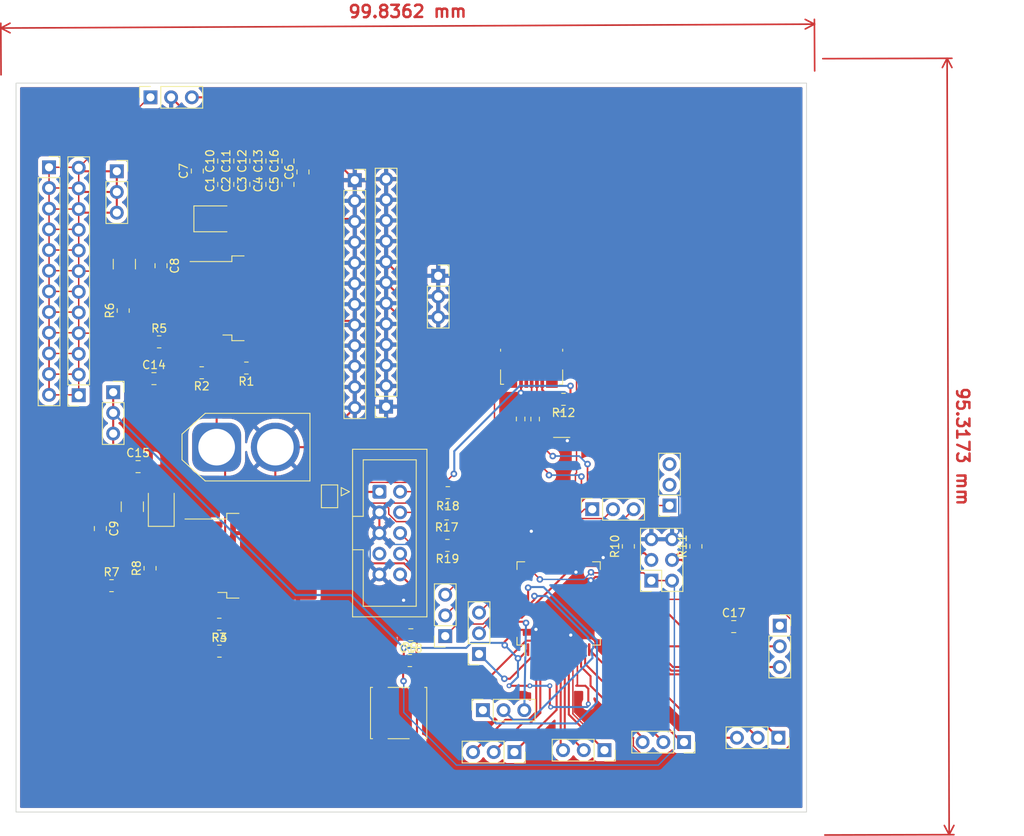
<source format=kicad_pcb>
(kicad_pcb (version 20221018) (generator pcbnew)
  (layers (0 "F.Cu" signal) (31 "B.Cu" signal) (34 "B.Paste" user) (35 "F.Paste" user) (36 "B.SilkS" user "B.Silkscreen") (37 "F.SilkS" user "F.Silkscreen") (38 "B.Mask" user) (39 "F.Mask" user) (44 "Edge.Cuts" user))
  (net 0 "")
  (net 1 "GND")
  (net 2 "Net-(D1-K)")
  (net 3 "Net-(U2-BOOT)")
  (net 4 "Net-(D2-K)")
  (net 5 "Net-(U3-BOOT)")
  (net 6 "+3.3V")
  (net 7 "/Vcap")
  (net 8 "/NRST")
  (net 9 "/EXT_D+")
  (net 10 "+7.5V")
  (net 11 "/I2C1_SDA")
  (net 12 "/I2C1_SCL")
  (net 13 "/Radar_Read")
  (net 14 "BOOT0")
  (net 15 "BOOT1")
  (net 16 "/M0")
  (net 17 "/M1")
  (net 18 "/M2")
  (net 19 "/M3")
  (net 20 "/M4")
  (net 21 "/M5")
  (net 22 "/M6")
  (net 23 "/M7")
  (net 24 "/M8")
  (net 25 "/M9")
  (net 26 "/M10")
  (net 27 "/H11")
  (net 28 "/H0")
  (net 29 "/H1")
  (net 30 "/H2")
  (net 31 "/H3")
  (net 32 "/H4")
  (net 33 "/H5")
  (net 34 "/H6")
  (net 35 "/H7")
  (net 36 "/H8")
  (net 37 "/H9")
  (net 38 "/H10")
  (net 39 "Net-(U2-EN)")
  (net 40 "Net-(U3-EN)")
  (net 41 "Net-(U2-FB)")
  (net 42 "Net-(U3-FB)")
  (net 43 "/D-")
  (net 44 "/D+")
  (net 56 "/M11")
  (net 57 "/bigmotor")
  (net 65 "Net-(J20-VTref)")
  (net 66 "/JTMS{slash}SWDIO")
  (net 67 "/JTCK{slash}SWCLK")
  (net 68 "/JTDO{slash}TRACESWO")
  (net 70 "/JTDI")
  (net 71 "+3V3")
  (net 72 "+5V")
  (net 75 "unconnected-(J21-Shield-Pad6)")
  (net 76 "/EXT_D-")
  (net 77 "/V_USB")
  (footprint "Resistor_SMD:R_0805_2012Metric_Pad1.20x1.40mm_HandSolder" (layer "F.Cu") (at 68.447 90.565586 90)
    (fp_text reference "R8")
    (fp_text value "1K")
  )
  (footprint "Connector_PinSocket_2.54mm:PinSocket_1x03_P2.54mm_Vertical" (layer "F.Cu") (at 68.492 32.745586 90)
    (fp_text reference "J9" hide)
    (fp_text value "Screw_Terminal_01x03" hide)
  )
  (footprint "Resistor_SMD:R_0805_2012Metric_Pad1.20x1.40mm_HandSolder" (layer "F.Cu") (at 127.1375 87.8795 90)
    (fp_text reference "R10")
    (fp_text value "10k")
  )
  (footprint "Connector_PinSocket_2.54mm:PinSocket_1x12_P2.54mm_Vertical" (layer "F.Cu") (at 97.412 70.725586 180)
    (fp_text reference "J1" hide)
    (fp_text value "Screw_Terminal_01x12" hide)
  )
  (footprint "Resistor_SMD:R_0805_2012Metric_Pad1.20x1.40mm_HandSolder" (layer "F.Cu") (at 80.267 65.985586 180)
    (fp_text reference "R1")
    (fp_text value "40K")
  )
  (footprint "Connector_PinSocket_2.54mm:PinSocket_1x03_P2.54mm_Vertical" (layer "F.Cu") (at 64.365 41.825)
    (fp_text reference "J6" hide)
    (fp_text value "Screw_Terminal_01x03" hide)
  )
  (footprint "Inductor_SMD:L_1210_3225Metric" (layer "F.Cu") (at 65.292 53.225586 -90)
    (fp_text reference "L1" hide)
    (fp_text value "60uH" hide)
  )
  (footprint "Connector_PinSocket_2.54mm:PinSocket_1x03_P2.54mm_Vertical" (layer "F.Cu") (at 108.8175 101.0945 180)
    (fp_text reference "J17" hide)
    (fp_text value "Screw_Terminal_01x03" hide)
  )
  (footprint "Resistor_SMD:R_0805_2012Metric_Pad1.20x1.40mm_HandSolder" (layer "F.Cu") (at 63.717 92.705586)
    (fp_text reference "R7")
    (fp_text value "1.5K")
  )
  (footprint "Connector_PinSocket_2.54mm:PinSocket_1x12_P2.54mm_Vertical" (layer "F.Cu") (at 59.692 69.325586 180)
    (fp_text reference "J11" hide)
    (fp_text value "Screw_Terminal_01x12" hide)
  )
  (footprint "Capacitor_SMD:C_0805_2012Metric_Pad1.18x1.45mm_HandSolder" (layer "F.Cu") (at 79.457 40.565586 90)
    (fp_text reference "C11")
    (fp_text value "100n")
  )
  (footprint "Diode_SMD:D_1210_3225Metric_Pad1.42x2.65mm_HandSolder" (layer "F.Cu") (at 69.82 82.9625 90)
    (fp_text reference "D2" hide)
    (fp_text value "D" hide)
  )
  (footprint "Capacitor_SMD:C_0805_2012Metric_Pad1.18x1.45mm_HandSolder" (layer "F.Cu") (at 69.792 53.423086 -90)
    (fp_text reference "C8")
    (fp_text value "20nF")
  )
  (footprint "Resistor_SMD:R_0805_2012Metric_Pad1.20x1.40mm_HandSolder" (layer "F.Cu") (at 135.4275 87.8795 90)
    (fp_text reference "R11")
    (fp_text value "10k")
  )
  (footprint "Package_TO_SOT_SMD:TO-263-7_TabPin8" (layer "F.Cu") (at 83.307 57.420586)
    (fp_text reference "U2" hide)
    (fp_text value "LM22678TJ-5")
  )
  (footprint "Package_QFP:LQFP-64_10x10mm_P0.5mm" (layer "F.Cu") (at 118.5825 94.8845 90)
    (fp_text reference "U1" hide)
    (fp_text value "STM32F401RBTx" hide)
  )
  (footprint "Resistor_SMD:R_0805_2012Metric_Pad1.20x1.40mm_HandSolder" (layer "F.Cu") (at 104.9825 81.2845 180)
    (fp_text reference "R18")
    (fp_text value "100k")
  )
  (footprint "Capacitor_SMD:C_0805_2012Metric_Pad1.18x1.45mm_HandSolder" (layer "F.Cu") (at 77.487 43.435586 90)
    (fp_text reference "C1")
    (fp_text value "100n")
  )
  (footprint "Capacitor_SMD:C_0805_2012Metric_Pad1.18x1.45mm_HandSolder" (layer "F.Cu") (at 83.397 40.565586 90)
    (fp_text reference "C13")
    (fp_text value "100n")
  )
  (footprint "Resistor_SMD:R_0805_2012Metric_Pad1.20x1.40mm_HandSolder" (layer "F.Cu") (at 104.8425 83.8945 180)
    (fp_text reference "R17")
    (fp_text value "100k")
  )
  (footprint "Capacitor_SMD:C_0805_2012Metric_Pad1.18x1.45mm_HandSolder" (layer "F.Cu") (at 85.367 40.565586 90)
    (fp_text reference "C16")
    (fp_text value "100n")
  )
  (footprint "Resistor_SMD:R_0603_1608Metric" (layer "F.Cu") (at 113.9175 72.2395 -90)
    (fp_text reference "R13" hide)
    (fp_text value "22" hide)
  )
  (footprint "Resistor_SMD:R_0805_2012Metric_Pad1.20x1.40mm_HandSolder" (layer "F.Cu") (at 104.9325 87.7645 180)
    (fp_text reference "R19")
    (fp_text value "100k")
  )
  (footprint "Resistor_SMD:R_0805_2012Metric_Pad1.20x1.40mm_HandSolder" (layer "F.Cu") (at 65.152 58.925586 90)
    (fp_text reference "R6")
    (fp_text value "1K")
  )
  (footprint "Diode_SMD:D_1210_3225Metric_Pad1.42x2.65mm_HandSolder" (layer "F.Cu") (at 76.282 47.665586)
    (fp_text reference "D1" hide)
    (fp_text value "D")
  )
  (footprint "Capacitor_SMD:C_0805_2012Metric_Pad1.18x1.45mm_HandSolder" (layer "F.Cu") (at 68.9245 67.285586)
    (fp_text reference "C14")
    (fp_text value "180uF")
  )
  (footprint "Connector_IDC:IDC-Header_2x05_P2.54mm_Vertical" (layer "F.Cu") (at 96.5875 81.1645)
    (fp_text reference "J20" hide)
    (fp_text value "Conn_ARM_JTAG_SWD_10")
  )
  (footprint "Connector_PinSocket_2.54mm:PinSocket_1x03_P2.54mm_Vertical" (layer "F.Cu") (at 113.157 113.1345 -90)
    (fp_text reference "J18" hide)
    (fp_text value "Screw_Terminal_01x03")
  )
  (footprint "Capacitor_SMD:C_0805_2012Metric_Pad1.18x1.45mm_HandSolder" (layer "F.Cu") (at 81.427 40.565586 90)
    (fp_text reference "C12")
    (fp_text value "100n")
  )
  (footprint "Button_Switch_SMD:SW_SPST_B3S-1000" (layer "F.Cu") (at 98.9475 108.3445 90)
    (fp_text reference "SW1" hide)
    (fp_text value "SW_Push" hide)
  )
  (footprint "Connector_PinSocket_2.54mm:PinSocket_1x12_P2.54mm_Vertical" (layer "F.Cu") (at 56.052 41.335586)
    (fp_text reference "J27" hide)
    (fp_text value "Screw_Terminal_01x12" hide)
  )
  (footprint "Connector_AMASS:AMASS_XT60-M_1x02_P7.20mm_Vertical" (layer "F.Cu") (at 76.617 75.695586)
    (fp_text reference "J2" hide)
    (fp_text value "Conn_01x02" hide)
  )
  (footprint "Resistor_SMD:R_0805_2012Metric_Pad1.20x1.40mm_HandSolder" (layer "F.Cu") (at 76.937 97.435586 180)
    (fp_text reference "R3")
    (fp_text value "40K")
  )
  (footprint "Resistor_SMD:R_0805_2012Metric_Pad1.20x1.40mm_HandSolder" (layer "F.Cu") (at 74.782 66.565586 180)
    (fp_text reference "R2")
    (fp_text value "20k")
  )
  (footprint "Capacitor_SMD:C_0805_2012Metric_Pad1.18x1.45mm_HandSolder" (layer "F.Cu") (at 85.367 43.435586 90)
    (fp_text reference "C5")
    (fp_text value "100n")
  )
  (footprint "Connector_USB:USB_Micro-B_Molex_47346-0001" (layer "F.Cu") (at 115.2675 66.2645 180)
    (fp_text reference "J21" hide)
    (fp_text value "USB_B_Micro" hide)
  )
  (footprint "Resistor_SMD:R_0805_2012Metric_Pad1.20x1.40mm_HandSolder" (layer "F.Cu") (at 100.3225 101.9045)
    (fp_text reference "R9")
    (fp_text value "10k")
  )
  (footprint "Connector_PinSocket_2.54mm:PinSocket_1x03_P2.54mm_Vertical" (layer "F.Cu") (at 63.922 68.950586)
    (fp_text reference "J5" hide)
    (fp_text value "Screw_Terminal_01x03" hide)
  )
  (footprint "Package_TO_SOT_SMD:SOT-143" (layer "F.Cu") (at 118.6075 72.9445 180)
    (fp_text reference "D3" hide)
    (fp_text value "SP0503BAHTG" hide)
  )
  (footprint "Resistor_SMD:R_0805_2012Metric_Pad1.20x1.40mm_HandSolder" (layer "F.Cu") (at 69.562 62.775586)
    (fp_text reference "R5")
    (fp_text value "2.8K")
  )
  (footprint "Connector_PinSocket_2.54mm:PinSocket_1x03_P2.54mm_Vertical" (layer "F.Cu") (at 133.97 111.912 -90)
    (fp_text reference "J12" hide)
    (fp_text value "Screw_Terminal_01x03" hide)
  )
  (footprint "Connector_PinSocket_2.54mm:PinSocket_1x03_P2.54mm_Vertical" (layer "F.Cu") (at 104.6675 98.8945 180)
    (fp_text reference "J16" hide)
    (fp_text value "Screw_Terminal_01x03" hide)
  )
  (footprint "Resistor_SMD:R_0603_1608Metric" (layer "F.Cu") (at 115.6975 72.2495 -90)
    (fp_text reference "R15" hide)
    (fp_text value "22" hide)
  )
  (footprint "Package_TO_SOT_SMD:TO-263-7_TabPin8" (layer "F.Cu") (at 82.682 89.030586)
    (fp_text reference "U3" hide)
    (fp_text value "LM22678TJ-5")
  )
  (footprint "Capacitor_SMD:C_0805_2012Metric_Pad1.18x1.45mm_HandSolder" (layer "F.Cu") (at 66.9745 78.090586)
    (fp_text reference "C15")
    (fp_text value "180uF")
  )
  (footprint "Capacitor_SMD:C_0805_2012Metric_Pad1.18x1.45mm_HandSolder" (layer "F.Cu") (at 100.4425 98.7345 180)
    (fp_text reference "C18")
    (fp_text value "1u")
  )
  (footprint "Capacitor_SMD:C_0805_2012Metric_Pad1.18x1.45mm_HandSolder" (layer "F.Cu") (at 77.487 40.565586 90)
    (fp_text reference "C10")
    (fp_text value "100n")
  )
  (footprint "Connector_PinSocket_2.54mm:PinSocket_1x03_P2.54mm_Vertical" (layer "F.Cu") (at 103.807 54.660586)
    (fp_text reference "J4" hide)
    (fp_text value "Screw_Terminal_01x03" hide)
  )
  (footprint "Capacitor_SMD:C_0805_2012Metric_Pad1.18x1.45mm_HandSolder" (layer "F.Cu") (at 74.247 41.795586 90)
    (fp_text reference "C7")
    (fp_text value "4u7")
  )
  (footprint "Resistor_SMD:R_0805_2012Metric_Pad1.20x1.40mm_HandSolder" (layer "F.Cu") (at 76.957 100.745586)
    (fp_text reference "R4")
    (fp_text value "20K")
  )
  (footprint "Capacitor_SMD:C_0805_2012Metric_Pad1.18x1.45mm_HandSolder" (layer "F.Cu") (at 81.427 43.435586 90)
    (fp_text reference "C3")
    (fp_text value "100n")
  )
  (footprint "Connector_PinSocket_2.54mm:PinSocket_1x12_P2.54mm_Vertical" (layer "F.Cu") (at 93.567 42.915586)
    (fp_text reference "J28" hide)
    (fp_text value "Screw_Terminal_01x12" hide)
  )
  (footprint "Connector_PinSocket_2.54mm:PinSocket_1x03_P2.54mm_Vertical" (layer "F.Cu") (at 109.2875 107.9945 90)
    (fp_text reference "J3" hide)
    (fp_text value "Screw_Terminal_01x03")
  )
  (footprint "Resistor_SMD:R_0805_2012Metric" (layer "F.Cu") (at 119.1775 69.8245 180)
    (fp_text reference "R12")
    (fp_text value "1.5k")
  )
  (footprint "Connector_PinSocket_2.54mm:PinSocket_1x03_P2.54mm_Vertical" (layer "F.Cu") (at 132.1875 82.8645 180)
    (fp_text reference "J15" hide)
    (fp_text value "Screw_Terminal_01x03")
  )
  (footprint "Capacitor_SMD:C_0805_2012Metric_Pad1.18x1.45mm_HandSolder" (layer "F.Cu") (at 79.457 43.435586 90)
    (fp_text reference "C2")
    (fp_text value "100n")
  )
  (footprint "Capacitor_SMD:C_0805_2012Metric_Pad1.18x1.45mm_HandSolder" (layer "F.Cu") (at 62.347 85.693086 -90)
    (fp_text reference "C9")
    (fp_text value "20nF")
  )
  (footprint "Inductor_SMD:L_1210_3225Metric" (layer "F.Cu") (at 66.27 83.01 90)
    (fp_text reference "L2" hide)
    (fp_text value "2.2uH")
  )
  (footprint "Capacitor_SMD:C_0805_2012Metric_Pad1.18x1.45mm_HandSolder" (layer "F.Cu") (at 140.0675 97.7345)
    (fp_text reference "C17")
    (fp_text value "2.2uF")
  )
  (footprint "Capacitor_SMD:C_0805_2012Metric_Pad1.18x1.45mm_HandSolder" (layer "F.Cu") (at 83.397 43.435586 90)
    (fp_text reference "C4")
    (fp_text value "100n")
  )
  (footprint "Capacitor_SMD:C_0805_2012Metric_Pad1.18x1.45mm_HandSolder" (layer "F.Cu") (at 87.207 41.910586 90)
    (fp_text reference "C6")
    (fp_text value "4u7")
  )
  (footprint "Connector_PinSocket_2.54mm:PinSocket_1x03_P2.54mm_Vertical" (layer "F.Cu") (at 122.7075 83.3245 90)
    (fp_text reference "J10" hide)
    (fp_text value "Screw_Terminal_01x03")
  )
  (footprint "Connector_PinSocket_2.54mm:PinSocket_1x03_P2.54mm_Vertical" (layer "F.Cu") (at 145.7175 97.6145)
    (fp_text reference "J14" hide)
    (fp_text value "Screw_Terminal_01x03" hide)
  )
  (footprint "Connector_PinSocket_2.54mm:PinSocket_1x03_P2.54mm_Vertical" (layer "F.Cu") (at 124.206 112.903 -90)
    (fp_text reference "J19" hide)
    (fp_text value "Screw_Terminal_01x03")
  )
  (footprint "Connector_PinSocket_2.54mm:PinSocket_2x03_P2.54mm_Vertical" (layer "F.Cu") (at 129.9575 92.0845 180)
    (fp_text reference "J7" hide)
    (fp_text value "Conn_02x03_Odd_Even" hide)
  )
  (footprint "Jumper:SolderJumper-2_P1.3mm_Open_TrianglePad1.0x1.5mm" (layer "F.Cu") (at 90.47 81.735 90)
    (fp_text reference "JP1" hide)
    (fp_text value "SolderJumper_2_Open")
  )
  (footprint "Connector_PinSocket_2.54mm:PinSocket_1x03_P2.54mm_Vertical" (layer "F.Cu") (at 145.542 111.379 -90)
    (fp_text reference "J13" hide)
    (fp_text value "Screw_Terminal_01x03" hide)
  )
  (gr_rect (start 52 31) (end 149 120.5) (stroke (width 0.1)) (fill none) (layer "Edge.Cuts"))
  (dimension (type aligned) (layer "F.Cu") (pts (xy 50.165 30.48) (xy 150 30)) (height -6.240529) (gr_text "99.8362 mm" (at 100.043842 22.199564 0.2754721516) (layer "F.Cu") (effects (font (size 1.5 1.5) (thickness 0.3)))) (format (prefix "") (suffix "") (units 3) (units_format 1) (precision 4)) (style (thickness 0.2) (arrow_length 1.27) (text_position_mode 0) (extension_height 0.58642) (extension_offset 0.5) keep_text_aligned))
  (dimension (type aligned) (layer "F.Cu") (pts (xy 150.5 28) (xy 150.749 123.317)) (height -15.751651) (gr_text "95.3173 mm" (at 168.176091 75.61265 270.1496755) (layer "F.Cu") (effects (font (size 1.5 1.5) (thickness 0.3)))) (format (prefix "") (suffix "") (units 3) (units_format 1) (precision 4)) (style (thickness 0.2) (arrow_length 1.27) (text_position_mode 0) (extension_height 0.58642) (extension_offset 0.5) keep_text_aligned))
  (segment (start 99.127 54.660586) (end 97.412 52.945586) (width 0.25) (layer "F.Cu") (net 1))
  (segment (start 83.397 42.955586) (end 79.457 42.955586) (width 0.25) (layer "F.Cu") (net 1))
  (segment (start 132.4975 87.0045) (end 135.3775 87.0045) (width 0.25) (layer "F.Cu") (net 1))
  (segment (start 126.378 110) (end 127.785666 111.407666) (width 0.175) (layer "F.Cu") (net 1))
  (segment (start 115.1975 86.0245) (end 115.0875 85.9145) (width 0.175) (layer "F.Cu") (net 1))
  (segment (start 97.952 53.405586) (end 97.412 53.945586) (width 0.25) (layer "F.Cu") (net 1))
  (segment (start 97.412 42.785586) (end 97.412 53.945586) (width 0.25) (layer "F.Cu") (net 1))
  (segment (start 93.567 55.615586) (end 88.202 55.615586) (width 0.25) (layer "F.Cu") (net 1))
  (segment (start 77.7695 47.665586) (end 93.237 47.665586) (width 0.25) (layer "F.Cu") (net 1))
  (segment (start 127.785666 111.407666) (end 127.7525 111.440832) (width 0.175) (layer "F.Cu") (net 1))
  (segment (start 97.412 50.405586) (end 93.697 50.405586) (width 0.25) (layer "F.Cu") (net 1))
  (segment (start 145.809 113.432) (end 147.447 111.794) (width 0.175) (layer "F.Cu") (net 1))
  (segment (start 78.507 100.745586) (end 86.607 92.645586) (width 0.25) (layer "F.Cu") (net 1))
  (segment (start 74.247 41.020586) (end 74.247 35.960586) (width 0.25) (layer "F.Cu") (net 1))
  (segment (start 83.397 42.955586) (end 85.367 42.955586) (width 0.25) (layer "F.Cu") (net 1))
  (segment (start 103.807 57.200586) (end 103.807 54.660586) (width 0.25) (layer "F.Cu") (net 1))
  (segment (start 103.807 57.200586) (end 99.127 57.200586) (width 0.25) (layer "F.Cu") (net 1))
  (segment (start 103.807 57.200586) (end 103.807 59.740586) (width 0.25) (layer "F.Cu") (net 1))
  (segment (start 68.735 82.56) (end 69.82 81.475) (width 0.25) (layer "F.Cu") (net 1))
  (segment (start 120.3325 99.76977) (end 120.3325 100.5595) (width 0.175) (layer "F.Cu") (net 1))
  (segment (start 122.7325 91.8595) (end 122.5275 92.0645) (width 0.25) (layer "F.Cu") (net 1))
  (segment (start 60.672 83.472986) (end 61.5694 82.575586) (width 0.25) (layer "F.Cu") (net 1))
  (segment (start 115.3325 89.2095) (end 115.3325 86.811162) (width 0.175) (layer "F.Cu") (net 1))
  (segment (start 83.817 83.465586) (end 86.607 86.255586) (width 0.25) (layer "F.Cu") (net 1))
  (segment (start 124.0475 89.2545) (end 124.0475 89.6645) (width 0.25) (layer "F.Cu") (net 1))
  (segment (start 68.537 78.090586) (end 68.537 80.950586) (width 0.25) (layer "F.Cu") (net 1))
  (segment (start 93.567 47.995586) (end 97.282 47.995586) (width 0.25) (layer "F.Cu") (net 1))
  (segment (start 90.562 39.910586) (end 85.542 39.910586) (width 0.25) (layer "F.Cu") (net 1))
  (segment (start 93.567 68.315586) (end 97.282 68.315586) (width 0.25) (layer "F.Cu") (net 1))
  (segment (start 115.3325 89.2095) (end 115.3325 86.1595) (width 0.175) (layer "F.Cu") (net 1))
  (segment (start 146.3375 96.1045) (end 143.26 96.1045) (width 0.175) (layer "F.Cu") (net 1))
  (segment (start 127.1375 87.0545) (end 126.6575 87.0545) (width 0.25) (layer "F.Cu") (net 1))
  (segment (start 147.447 111.794) (end 147.447 97.214) (width 0.175) (layer "F.Cu") (net 1))
  (segment (start 77.7695 50.033086) (end 77.7695 47.665586) (width 0.25) (layer "F.Cu") (net 1))
  (segment (start 77.957 57.420586) (end 79.332 58.795586) (width 0.25) (layer "F.Cu") (net 1))
  (segment (start 96.6975 101.7045) (end 96.6975 104.3695) (width 0.175) (layer "F.Cu") (net 1))
  (segment (start 96.6975 112.3195) (end 96.6975 104.3695) (width 0.25) (layer "F.Cu") (net 1))
  (segment (start 113.9475 69.0645) (end 113.9575 69.0545) (width 0.25) (layer "F.Cu") (net 1))
  (segment (start 122.5275 97.57477) (end 122.5275 92.0645) (width 0.175) (layer "F.Cu") (net 1))
  (segment (start 129.9575 87.0045) (end 132.4975 87.0045) (width 0.25) (layer "F.Cu") (net 1))
  (segment (start 76.857 102.395586) (end 70.067 102.395586) (width 0.25) (layer "F.Cu") (net 1))
  (segment (start 93.697 45.325586) (end 97.412 45.325586) (width 0.25) (layer "F.Cu") (net 1))
  (segment (start 70.018396 102.395586) (end 63.142 95.51919) (width 0.25) (layer "F.Cu") (net 1))
  (segment (start 68.447 89.015586) (end 66.6619 89.015586) (width 0.25) (layer "F.Cu") (net 1))
  (segment (start 80.842 64.512082) (end 80.842 66.155686) (width 0.25) (layer "F.Cu") (net 1))
  (segment (start 122.849573 91.8595) (end 122.7325 91.8595) (width 0.25) (layer "F.Cu") (net 1))
  (segment (start 120.355 100.537) (end 120.355 99.062) (width 0.175) (layer "F.Cu") (net 1))
  (segment (start 83.397 40.085586) (end 85.367 40.085586) (width 0.25) (layer "F.Cu") (net 1))
  (segment (start 99.5575 94.4945) (end 99.6675 94.4045) (width 0.175) (layer "F.Cu") (net 1))
  (segment (start 147.447 97.214) (end 146.3375 96.1045) (width 0.175) (layer "F.Cu") (net 1))
  (segment (start 99.6675 98.7345) (end 96.6975 101.7045) (width 0.175) (layer "F.Cu") (net 1))
  (segment (start 70.067 99.800686) (end 70.067 102.395586) (width 0.25) (layer "F.Cu") (net 1))
  (segment (start 96.5875 83.7045) (end 96.5875 86.2445) (width 0.25) (layer "F.Cu") (net 1))
  (segment (start 88.727 75.695586) (end 93.567 70.855586) (width 0.25) (layer "F.Cu") (net 1))
  (segment (start 83.397 42.955586) (end 81.427 42.955586) (width 0.25) (layer "F.Cu") (net 1))
  (segment (start 127.1375 87.0545) (end 129.9075 87.0545) (width 0.25) (layer "F.Cu") (net 1))
  (segment (start 115.2275 86.0245) (end 115.1975 86.0245) (width 0.175) (layer "F.Cu") (net 1))
  (segment (start 99.127 57.200586) (end 97.412 55.485586) (width 0.25) (layer "F.Cu") (net 1))
  (segment (start 115.3325 86.811162) (end 119.625 82.518662) (width 0.175) (layer "F.Cu") (net 1))
  (segment (start 80.842 66.155686) (end 78.7221 68.275586) (width 0.25) (layer "F.Cu") (net 1))
  (segment (start 93.567 42.915586) (end 97.282 42.915586) (width 0.25) (layer "F.Cu") (net 1))
  (segment (start 70.067 102.395586) (end 70.018396 102.395586) (width 0.25) (layer "F.Cu") (net 1))
  (segment (start 62.296814 82.575586) (end 62.3124 82.56) (width 0.25) (layer "F.Cu") (net 1))
  (segment (start 124.2575 98.1345) (end 121.96777 98.1345) (width 0.175) (layer "F.Cu") (net 1))
  (segment (start 113.9675 69.0445) (end 113.9475 69.0445) (width 0.25) (layer "F.Cu") (net 1))
  (segment (start 65.152 57.375586) (end 75.612 57.375586) (width 0.25) (layer "F.Cu") (net 1))
  (segment (start 62.3124 82.56) (end 68.735 82.56) (width 0.25) (layer "F.Cu") (net 1))
  (segment (start 93.567 60.695586) (end 97.282 60.695586) (width 0.25) (layer "F.Cu") (net 1))
  (segment (start 112.9075 98.1345) (end 115.7975 98.1345) (width 0.25) (layer "F.Cu") (net 1))
  (segment (start 64.292 94.025686) (end 70.067 99.800686) (width 0.25) (layer "F.Cu") (net 1))
  (segment (start 78.507 100.745586) (end 90.080914 112.3195) (width 0.25) (layer "F.Cu") (net 1))
  (segment (start 66.6619 89.015586) (end 64.292 91.385486) (width 0.25) (layer "F.Cu") (net 1))
  (segment (start 93.567 53.075586) (end 97.282 53.075586) (width 0.25) (layer "F.Cu") (net 1))
  (segment (start 121.886364 110) (end 126.378 110) (width 0.175) (layer "F.Cu") (net 1))
  (segment (start 93.567 58.155586) (end 97.282 58.155586) (width 0.25) (layer "F.Cu") (net 1))
  (segment (start 115.3325 86.1595) (end 115.2275 86.0545) (width 0.175) (layer "F.Cu") (net 1))
  (segment (start 77.487 42.955586) (end 76.182 42.955586) (width 0.25) (layer "F.Cu") (net 1))
  (segment (start 99.6675 94.4045) (end 96.5875 91.3245) (width 0.175) (layer "F.Cu") (net 1))
  (segment (start 78.7221 68.275586) (end 74.942 68.275586) (width 0.25) (layer "F.Cu") (net 1))
  (segment (start 73.232 66.565586) (end 72.512 67.285586) (width 0.25) (layer "F.Cu") (net 1))
  (segment (start 126.6575 87.0545) (end 124.4575 89.2545) (width 0.25) (layer "F.Cu") (net 1))
  (segment (start 120.3325 108.446136) (end 121.886364 110) (width 0.175) (layer "F.Cu") (net 1))
  (segment (start 97.412 63.105586) (end 93.697 63.105586) (width 0.25) (layer "F.Cu") (net 1))
  (segment (start 120.3325 100.5595) (end 120.355 100.537) (width 0.175) (layer "F.Cu") (net 1))
  (segment (start 79.457 40.085586) (end 81.427 40.085586) (width 0.25) (layer "F.Cu") (net 1))
  (segment (start 87.232 72.280586) (end 83.817 75.695586) (width 0.25) (layer "F.Cu") (net 1))
  (segment (start 93.567 55.615586) (end 97.282 55.615586) (width 0.25) (layer "F.Cu") (net 1))
  (segment (start 78.507 100.745586) (end 76.857 102.395586) (width 0.25) (layer "F.Cu") (net 1))
  (segment (start 87.187 41.135586) (end 85.367 42.955586) (width 0.25) (layer "F.Cu") (net 1))
  (segment (start 122.036135 98.066135) (end 120.3325 99.76977) (width 0.175) (layer "F.Cu") (net 1))
  (segment (start 64.292 91.385486) (end 64.292 94.025686) (width 0.25) (layer "F.Cu") (net 1))
  (segment (start 99.6675 98.7345) (end 99.5575 94.4945) (width 0.175) (layer "F.Cu") (net 1))
  (segment (start 127.7525 112.383168) (end 128.801332 113.432) (width 0.175) (layer "F.Cu") (net 1))
  (segment (start 79.332 63.002082) (end 80.842 64.512082) (width 0.25) (layer "F.Cu") (net 1))
  (segment (start 122.036135 98.066135) (end 122.5275 97.57477) (width 0.175) (layer "F.Cu") (net 1))
  (segment (start 128.801332 113.432) (end 145.809 113.432) (width 0.175) (layer "F.Cu") (net 1))
  (segment (start 113.9675 69.0445) (end 113.9675 69.0445) (width 0.25) (layer "F.Cu") (net 1))
  (segment (start 119.625 82.518662) (end 119.625 74.927) (width 0.175) (layer "F.Cu") (net 1))
  (segment (start 115.7975 98.0745) (end 115.8575 98.0745) (width 0.25) (layer "F.Cu") (net 1))
  (segment (start 103.807 54.660586) (end 99.127 54.660586) (width 0.25) (layer "F.Cu") (net 1))
  (segment (start 93.567 58.155586) (end 93.567 60.695586) (width 0.25) (layer "F.Cu") (net 1))
  (segment (start 76.182 42.955586) (end 74.247 41.020586) (width 0.25) (layer "F.Cu") (net 1))
  (segment (start 113.9675 67.7245) (end 113.9675 68.9845) (width 0.25) (layer "F.Cu") (net 1))
  (segment (start 115.7975 98.1345) (end 115.7975 98.0745) (width 0.25) (layer "F.Cu") (net 1))
  (segment (start 63.142 90.383186) (end 60.672 87.913186) (width 0.25) (layer "F.Cu") (net 1))
  (segment (start 115.2275 86.0545) (end 115.2275 86.0245) (width 0.175) (layer "F.Cu") (net 1))
  (segment (start 113.9475 69.0445) (end 113.9475 69.0645) (width 0.25) (layer "F.Cu") (net 1))
  (segment (start 127.7525 111.440832) (end 127.7525 112.383168) (width 0.175) (layer "F.Cu") (net 1))
  (segment (start 82.382 54.645586) (end 77.7695 50.033086) (width 0.25) (layer "F.Cu") (net 1))
  (segment (start 103.807 59.740586) (end 99.127 59.740586) (width 0.25) (layer "F.Cu") (net 1))
  (segment (start 60.672 87.913186) (end 60.672 83.472986) (width 0.25) (layer "F.Cu") (net 1))
  (segment (start 93.567 68.315586) (end 93.567 42.915586) (width 0.25) (layer "F.Cu") (net 1))
  (segment (start 87.232 60.195586) (end 87.232 72.280586) (width 0.25) (layer "F.Cu") (net 1))
  (segment (start 68.447 89.015586) (end 75.017 89.015586) (width 0.25) (layer "F.Cu") (net 1))
  (segment (start 74.247 35.960586) (end 71.032 32.745586) (width 0.25) (layer "F.Cu") (net 1))
  (segment (start 90.080914 112.3195) (end 96.6975 112.3195) (width 0.25) (layer "F.Cu") (net 1))
  (segment (start 83.817 75.695586) (end 88.727 75.695586) (width 0.25) (layer "F.Cu") (net 1))
  (segment (start 123.074573 91.6345) (end 122.849573 91.8595) (width 0.25) (layer "F.Cu") (net 1))
  (segment (start 120.355 99.062) (end 120.0675 98.7745) (width 0.175) (layer "F.Cu") (net 1))
  (segment (start 124.4575 89.2545) (end 124.0475 89.2545) (width 0.25) (layer "F.Cu") (net 1))
  (segment (start 93.567 70.855586) (end 93.567 68.315586) (width 0.25) (layer "F.Cu") (net 1))
  (segment (start 70.487 80.080586) (end 69.077 81.490586) (width 0.25) (layer "F.Cu") (net 1))
  (segment (start 61.5694 82.575586) (end 62.296814 82.575586) (width 0.25) (layer "F.Cu") (net 1))
  (segment (start 97.412 70.725586) (end 93.797 70.725586) (width 0.25) (layer "F.Cu") (net 1))
  (segment (start 124.2575 91.6345) (end 123.074573 91.6345) (width 0.25) (layer "F.Cu") (net 1))
  (segment (start 93.567 45.455586) (end 93.567 47.995586) (width 0.25) (layer "F.Cu") (net 1))
  (segment (start 87.232 60.195586) (end 93.067 60.195586) (width 0.25) (layer "F.Cu") (net 1))
  (segment (start 83.817 75.695586) (end 83.817 83.465586) (width 0.25) (layer "F.Cu") (net 1))
  (segment (start 122.5275 92.0645) (end 122.3225 91.8595) (width 0.25) (layer "F.Cu") (net 1))
  (segment (start 85.542 39.910586) (end 85.367 40.085586) (width 0.25) (layer "F.Cu") (net 1))
  (segment (start 124.0475 89.6645) (end 124.0975 89.6145) (width 0.25) (layer "F.Cu") (net 1))
  (segment (start 83.397 40.085586) (end 81.427 40.085586) (width 0.25) (layer "F.Cu") (net 1))
  (segment (start 115.7975 98.1345) (end 115.7975 98.1345) (width 0.25) (layer "F.Cu") (net 1))
  (segment (start 120.3325 100.5595) (end 120.3325 108.446136) (width 0.175) (layer "F.Cu") (net 1))
  (segment (start 63.142 95.51919) (end 63.142 90.383186) (width 0.25) (layer "F.Cu") (net 1))
  (segment (start 72.512 67.285586) (end 70.487 67.285586) (width 0.25) (layer "F.Cu") (net 1))
  (segment (start 79.457 40.085586) (end 77.487 40.085586) (width 0.25) (layer "F.Cu") (net 1))
  (segment (start 75.182 40.085586) (end 74.247 41.020586) (width 0.25) (layer "F.Cu") (net 1))
  (segment (start 93.567 65.775586) (end 97.282 65.775586) (width 0.25) (layer "F.Cu") (net 1))
  (segment (start 97.412 53.945586) (end 97.412 70.725586) (width 0.25) (layer "F.Cu") (net 1))
  (segment (start 122.3225 91.8595) (end 121.5225 91.8595) (width 0.25) (layer "F.Cu") (net 1))
  (segment (start 77.487 40.085586) (end 75.182 40.085586) (width 0.25) (layer "F.Cu") (net 1))
  (segment (start 79.332 58.795586) (end 79.332 63.002082) (width 0.25) (layer "F.Cu") (net 1))
  (segment (start 143.26 96.1045) (end 141.63 97.7345) (width 0.175) (layer "F.Cu") (net 1))
  (segment (start 70.487 67.285586) (end 70.487 80.080586) (width 0.25) (layer "F.Cu") (net 1))
  (segment (start 99.127 59.740586) (end 97.412 58.025586) (width 0.25) (layer "F.Cu") (net 1))
  (segment (start 93.567 42.915586) (end 90.562 39.910586) (width 0.25) (layer "F.Cu") (net 1))
  (segment (start 74.942 68.275586) (end 73.232 66.565586) (width 0.25) (layer "F.Cu") (net 1))
  (segment (start 119.6475 74.9045) (end 119.6075 74.8645) (width 0.175) (layer "F.Cu") (net 1))
  (segment (start 119.625 74.927) (end 119.6475 74.9045) (width 0.175) (layer "F.Cu") (net 1))
  (segment (start 115.8575 98.0745) (end 115.8875 98.0445) (width 0.25) (layer "F.Cu") (net 1))
  (segment (start 121.96777 98.1345) (end 122.036135 98.066135) (width 0.175) (layer "F.Cu") (net 1))
  (segment (start 121.5225 91.8595) (end 120.7075 91.0445) (width 0.25) (layer "F.Cu") (net 1))
  (segment (start 119.6075 74.8645) (end 119.6075 73.6945) (width 0.175) (layer "F.Cu") (net 1))
  (segment (start 77.487 42.955586) (end 79.457 42.955586) (width 0.25) (layer "F.Cu") (net 1))
  (via (at 122.5275 92.0645) (size 0.8) (drill 0.4) (layers "F.Cu" "B.Cu") (net 1))
  (via (at 99.5575 94.4945) (size 0.8) (drill 0.4) (layers "F.Cu" "B.Cu") (net 1))
  (via (at 113.9475 69.0445) (size 0.8) (drill 0.4) (layers "F.Cu" "B.Cu") (net 1))
  (via (at 119.6475 74.9045) (size 0.8) (drill 0.4) (layers "F.Cu" "B.Cu") (net 1))
  (via (at 115.7975 98.0745) (size 0.8) (drill 0.4) (layers "F.Cu" "B.Cu") (net 1))
  (via (at 120.0675 98.7745) (size 0.8) (drill 0.4) (layers "F.Cu" "B.Cu") (net 1))
  (via (at 120.7075 91.0445) (size 0.8) (drill 0.4) (layers "F.Cu" "B.Cu") (net 1))
  (via (at 115.2275 86.0245) (size 0.8) (drill 0.4) (layers "F.Cu" "B.Cu") (net 1))
  (via (at 124.0475 89.2545) (size 0.8) (drill 0.4) (layers "F.Cu" "B.Cu") (net 1))
  (segment (start 96.5875 86.2445) (end 95.45 87.382) (width 0.175) (layer "B.Cu") (net 1))
  (segment (start 133.1375 81.5545) (end 133.325 81.742) (width 0.175) (layer "B.Cu") (net 1))
  (segment (start 120.8175 91.0445) (end 120.7575 90.9845) (width 0.25) (layer "B.Cu") (net 1))
  (segment (start 116.4975 98.7745) (end 115.7975 98.0745) (width 0.175) (layer "B.Cu") (net 1))
  (segment (start 115.2275 86.0245) (end 113.605 87.647) (width 0.175) (layer "B.Cu") (net 1))
  (segment (start 119.6475 74.7445) (end 119.6475 74.9045) (width 0.25) (layer "B.Cu") (net 1))
  (segment (start 120.6975 90.2645) (end 120.6975 90.9245) (width 0.25) (layer "B.Cu") (net 1))
  (segment (start 95.45 87.382) (end 95.45 90.187) (width 0.175) (layer "B.Cu") (net 1))
  (segment (start 120.7075 90.9345) (end 120.7075 91.0445) (width 0.25) (layer "B.Cu") (net 1))
  (segment (start 95.45 90.187) (end 96.5875 91.3245) (width 0.175) (layer "B.Cu") (net 1))
  (segment (start 124.2275 74.9045) (end 130.8775 81.5545) (width 0.175) (layer "B.Cu") (net 1))
  (segment (start 130.8775 81.5545) (end 133.1375 81.5545) (width 0.175) (layer "B.Cu") (net 1))
  (segment (start 120.0675 98.7745) (end 116.4975 98.7745) (width 0.175) (layer "B.Cu") (net 1))
  (segment (start 124.0475 89.2545) (end 123.0375 90.2645) (width 0.25) (layer "B.Cu") (net 1))
  (segment (start 133.325 81.742) (end 133.325 86.177) (width 0.175) (layer "B.Cu") (net 1))
  (segment (start 120.6975 90.9245) (end 120.7075 90.9345) (width 0.25) (layer "B.Cu") (net 1))
  (segment (start 113.9475 69.0445) (end 119.6475 74.7445) (width 0.25) (layer "B.Cu") (net 1))
  (segment (start 119.6475 74.9045) (end 124.2275 74.9045) (width 0.175) (layer "B.Cu") (net 1))
  (segment (start 123.0375 90.2645) (end 120.6975 90.2645) (width 0.25) (layer "B.Cu") (net 1))
  (segment (start 97.99 87.647) (end 96.5875 86.2445) (width 0.175) (layer "B.Cu") (net 1))
  (segment (start 120.7075 91.0445) (end 120.8175 91.0445) (width 0.25) (layer "B.Cu") (net 1))
  (segment (start 133.325 86.177) (end 132.4975 87.0045) (width 0.175) (layer "B.Cu") (net 1))
  (segment (start 113.605 87.647) (end 97.99 87.647) (width 0.175) (layer "B.Cu") (net 1))
  (segment (start 65.327 51.860586) (end 69.792 51.860586) (width 0.25) (layer "F.Cu") (net 2))
  (segment (start 71.542 53.610586) (end 75.657 53.610586) (width 0.25) (layer "F.Cu") (net 2))
  (segment (start 74.7945 47.665586) (end 74.7945 52.748086) (width 0.25) (layer "F.Cu") (net 2))
  (segment (start 74.7945 52.748086) (end 75.657 53.610586) (width 0.25) (layer "F.Cu") (net 2))
  (segment (start 69.792 51.860586) (end 71.542 53.610586) (width 0.25) (layer "F.Cu") (net 2))
  (segment (start 69.792 54.985586) (end 70.957 56.150586) (width 0.25) (layer "F.Cu") (net 3))
  (segment (start 70.957 56.150586) (end 75.657 56.150586) (width 0.25) (layer "F.Cu") (net 3))
  (segment (start 63.09 84.115) (end 65.975 84.115) (width 0.25) (layer "F.Cu") (net 4))
  (segment (start 74.261414 84.45) (end 75.032 85.220586) (width 0.25) (layer "F.Cu") (net 4))
  (segment (start 66.27 84.41) (end 69.78 84.41) (width 0.25) (layer "F.Cu") (net 4))
  (segment (start 69.82 84.45) (end 74.261414 84.45) (width 0.25) (layer "F.Cu") (net 4))
  (segment (start 74.527 87.255586) (end 75.032 87.760586) (width 0.25) (layer "F.Cu") (net 5))
  (segment (start 62.347 87.255586) (end 74.527 87.255586) (width 0.25) (layer "F.Cu") (net 5))
  (segment (start 105.7575 87.7645) (end 105.7575 87.06917) (width 0.175) (layer "F.Cu") (net 6))
  (segment (start 112.5 105) (end 115.050258 105) (width 0.25) (layer "F.Cu") (net 6))
  (segment (start 89.0275 82.3045) (end 89.0275 80.537914) (width 0.175) (layer "F.Cu") (net 6))
  (segment (start 120.0325 69.7945) (end 120.0375 68.1745) (width 0.25) (layer "F.Cu") (net 6))
  (segment (start 65.527 81.625586) (end 61.883004 81.625586) (width 0.25) (layer "F.Cu") (net 6))
  (segment (start 103.53033 84.842) (end 98.656332 84.842) (width 0.175) (layer "F.Cu") (net 6))
  (segment (start 113.7675 101.6245) (end 113.5925 101.6245) (width 0.25) (layer "F.Cu") (net 6))
  (segment (start 122.224058 107.224058) (end 122.224058 105.360454) (width 0.25) (layer "F.Cu") (net 6))
  (segment (start 104.34 82.567) (end 97.315 82.567) (width 0.175) (layer "F.Cu") (net 6))
  (segment (start 120.8325 100.5595) (end 120.8825 100.5095) (width 0.2) (layer "F.Cu") (net 6))
  (segment (start 105.6675 83.8945) (end 104.34 82.567) (width 0.175) (layer "F.Cu") (net 6))
  (segment (start 99.5775 100.3545) (end 99.5775 101.8245) (width 0.25) (layer "F.Cu") (net 6))
  (segment (start 120.8825 100.5095) (end 120.8825 104.8375) (width 0.2) (layer "F.Cu") (net 6))
  (segment (start 89.538414 80.027) (end 104.55 80.027) (width 0.175) (layer "F.Cu") (net 6))
  (segment (start 60.222 83.28659) (end 60.222 90.760586) (width 0.25) (layer "F.Cu") (net 6))
  (segment (start 124.2575 91.1345) (end 122.62582 91.1345) (width 0.175) (layer "F.Cu") (net 6))
  (segment (start 104.55 80.027) (end 104.675 80.027) (width 0.175) (layer "F.Cu") (net 6))
  (segment (start 121.863604 105) (end 120.745 105) (width 0.25) (layer "F.Cu") (net 6))
  (segment (start 120.8825 104.8375) (end 120.72 105) (width 0.2) (layer "F.Cu") (net 6))
  (segment (start 63.922 80.020586) (end 65.527 81.625586) (width 0.25) (layer "F.Cu") (net 6))
  (segment (start 98.072 82.567) (end 91.168 82.567) (width 0.175) (layer "F.Cu") (net 6))
  (segment (start 129.0075 91.1345) (end 124.2575 91.1345) (width 0.175) (layer "F.Cu") (net 6))
  (segment (start 112.9075 98.6345) (end 111.9475 99.5945) (width 0.25) (layer "F.Cu") (net 6))
  (segment (start 120.0025 69.8245) (end 120.0325 69.7945) (width 0.25) (layer "F.Cu") (net 6))
  (segment (start 122.224058 105.360454) (end 121.863604 105) (width 0.25) (layer "F.Cu") (net 6))
  (segment (start 111.9475 99.5945) (end 111.9675 100.0145) (width 0.25) (layer "F.Cu") (net 6))
  (segment (start 105.7575 87.06917) (end 103.53033 84.842) (width 0.175) (layer "F.Cu") (net 6))
  (segment (start 132.4975 92.0845) (end 129.9575 92.0845) (width 0.175) (layer "F.Cu") (net 6))
  (segment (start 114.8325 100.5595) (end 113.7675 101.6245) (width 0.25) (layer "F.Cu") (net 6))
  (segment (start 114.8325 90.4595) (end 116.2775 91.9045) (width 0.175) (layer "F.Cu") (net 6))
  (segment (start 114.8325 89.2095) (end 114.8325 90.4595) (width 0.175) (layer "F.Cu") (net 6))
  (segment (start 122.62582 91.1345) (end 122.552788 91.061468) (width 0.175) (layer "F.Cu") (net 6))
  (segment (start 117.498996 105.001004) (end 117.5 105.002008) (width 0.25) (layer "F.Cu") (net 6))
  (segment (start 116.3075 91.9345) (end 116.2775 91.9045) (width 0.175) (layer "F.Cu") (net 6))
  (segment (start 63.922 71.490586) (end 63.922 74.030586) (width 0.25) (layer "F.Cu") (net 6))
  (segment (start 113.6875 101.6845) (end 113.6525 101.6845) (width 0.25) (layer "F.Cu") (net 6))
  (segment (start 99.4975 104.3675) (end 99.55 104.42) (width 0.25) (layer "F.Cu") (net 6))
  (segment (start 104.675 80.027) (end 105.7275 78.9745) (width 0.175) (layer "F.Cu") (net 6))
  (segment (start 63.922 74.030586) (end 63.922 80.020586) (width 0.25) (layer "F.Cu") (net 6))
  (segment (start 116.2775 91.9045) (end 116.2775 91.9345) (width 0.175) (layer "F.Cu") (net 6))
  (segment (start 97.7375 83.2045) (end 97.2075 82.6745) (width 0.175) (layer "F.Cu") (net 6))
  (segment (start 63.922 68.950586) (end 63.922 71.490586) (width 0.25) (layer "F.Cu") (net 6))
  (segment (start 113.6525 101.6845) (end 113.5925 101.6245) (width 0.25) (layer "F.Cu") (net 6))
  (segment (start 115.050258 105) (end 115.051262 105.001004) (width 0.25) (layer "F.Cu") (net 6))
  (segment (start 99.5775 101.8245) (end 99.4975 101.9045) (width 0.25) (layer "F.Cu") (net 6))
  (segment (start 117.5 107.5) (end 117.60614 107.60614) (width 0.25) (layer "F.Cu") (net 6))
  (segment (start 111.9675 100.0145) (end 111.9475 99.9645) (width 0.25) (layer "F.Cu") (net 6))
  (segment (start 105.8075 81.2845) (end 104.55 80.027) (width 0.175) (layer "F.Cu") (net 6))
  (segment (start 109.5175 83.8945) (end 114.8325 89.2095) (width 0.175) (layer "F.Cu") (net 6))
  (segment (start 91.168 82.567) (end 91.09 82.645) (width 0.175) (layer "F.Cu") (net 6))
  (segment (start 61.883004 81.625586) (end 60.222 83.28659) (width 0.25) (layer "F.Cu") (net 6))
  (segment (start 89.0275 80.537914) (end 89.538414 80.027) (width 0.175) (layer "F.Cu") (net 6))
  (segment (start 117.5 105.002008) (end 117.5 107.5) (width 0.25) (layer "F.Cu") (net 6))
  (segment (start 97.7375 83.923168) (end 97.7375 83.2045) (width 0.175) (layer "F.Cu") (net 6))
  (segment (start 116.2775 91.9345) (end 116.3075 91.9345) (width 0.175) (layer "F.Cu") (net 6))
  (segment (start 99.4975 101.9045) (end 99.4975 104.3675) (width 0.25) (layer "F.Cu") (net 6))
  (segment (start 60.222 90.760586) (end 62.167 92.705586) (width 0.25) (layer "F.Cu") (net 6))
  (segment (start 89.368 82.645) (end 89.0275 82.3045) (width 0.175) (layer "F.Cu") (net 6))
  (segment (start 91.09 82.645) (end 89.368 82.645) (width 0.175) (layer "F.Cu") (net 6))
  (segment (start 129.9575 92.0845) (end 129.0075 91.1345) (width 0.175) (layer "F.Cu") (net 6))
  (segment (start 120.0375 68.1745) (end 120.0325 68.2645) (width 0.25) (layer "F.Cu") (net 6))
  (segment (start 105.6675 83.8945) (end 109.5175 83.8945) (width 0.175) (layer "F.Cu") (net 6))
  (segment (start 98.656332 84.842) (end 97.7375 83.923168) (width 0.175) (layer "F.Cu") (net 6))
  (segment (start 65.412 78.090586) (end 65.412 81.510586) (width 0.25) (layer "F.Cu") (net 6))
  (via (at 113.5925 101.6245) (size 0.8) (drill 0.4) (layers "F.Cu" "B.Cu") (net 6))
  (via (at 120.0375 68.1745) (size 0.8) (drill 0.4) (layers "F.Cu" "B.Cu") (net 6))
  (via (at 116.2775 91.9345) (size 0.8) (drill 0.4) (layers "F.Cu" "B.Cu") (net 6))
  (via (at 111.9675 100.0145) (size 0.8) (drill 0.4) (layers "F.Cu" "B.Cu") (net 6))
  (via (at 112.5 105) (size 0.6) (drill 0.3) (layers "F.Cu" "B.Cu") (net 6))
  (via (at 105.7275 78.9745) (size 0.8) (drill 0.4) (layers "F.Cu" "B.Cu") (net 6))
  (via (at 122.224058 107.224058) (size 0.6) (drill 0.3) (layers "F.Cu" "B.Cu") (net 6))
  (via (at 99.55 104.42) (size 0.8) (drill 0.4) (layers "F.Cu" "B.Cu") (net 6))
  (via (at 115.051262 105.001004) (size 0.6) (drill 0.3) (layers "F.Cu" "B.Cu") (net 6))
  (via (at 122.552788 91.061468) (size 0.8) (drill 0.4) (layers "F.Cu" "B.Cu") (net 6))
  (via (at 117.498996 105.001004) (size 0.6) (drill 0.3) (layers "F.Cu" "B.Cu") (net 6))
  (via (at 99.5775 100.3545) (size 0.8) (drill 0.4) (layers "F.Cu" "B.Cu") (net 6))
  (via (at 117.60614 107.60614) (size 0.6) (drill 0.3) (layers "F.Cu" "B.Cu") (net 6))
  (segment (start 107.8525 99.7295) (end 107.2375 100.3445) (width 0.25) (layer "B.Cu") (net 6))
  (segment (start 122.089464 107.60614) (end 122.347802 107.347802) (width 0.25) (layer "B.Cu") (net 6))
  (segment (start 107.2375 100.3445) (end 99.8075 100.3445) (width 0.25) (layer "B.Cu") (net 6))
  (segment (start 105.7775 79.0245) (end 105.7775 79.0745) (width 0.25) (layer "B.Cu") (net 6))
  (segment (start 63.922 71.490586) (end 86.284414 93.853) (width 0.25) (layer "B.Cu") (net 6))
  (segment (start 111.9825 100.0145) (end 113.5925 101.6245) (width 0.25) (layer "B.Cu") (net 6))
  (segment (start 99.55 104.42) (end 99.5775 104.3925) (width 0.175) (layer "B.Cu") (net 6))
  (segment (start 122.347802 107.347802) (end 122.224058 107.224058) (width 0.25) (layer "B.Cu") (net 6))
  (segment (start 105.7275 78.9745) (end 105.7775 79.0245) (width 0.25) (layer "B.Cu") (net 6))
  (segment (start 122.552788 91.061468) (end 121.679756 91.9345) (width 0.175) (layer "B.Cu") (net 6))
  (segment (start 113.5925 103.9075) (end 112.5 105) (width 0.25) (layer "B.Cu") (net 6))
  (segment (start 111.9675 100.0145) (end 111.9825 100.0145) (width 0.25) (layer "B.Cu") (net 6))
  (segment locked (start 122.552788 91.061468) (end 122.86832 91.377) (width 0.175) (layer "B.Cu") (net 6))
  (segment (start 99.8075 100.3445) (end 99.5775 100.3545) (width 0.25) (layer "B.Cu") (net 6))
  (segment (start 105.7775 78.9245) (end 105.7275 78.9745) (width 0.25) (layer "B.Cu") (net 6))
  (segment (start 99.5775 100.3545) (end 99.7875 100.3445) (width 0.25) (layer "B.Cu") (net 6))
  (segment (start 116.2775 91.9345) (end 121.679756 91.9345) (width 0.175) (layer "B.Cu") (net 6))
  (segment (start 117.5 105) (end 117.498996 105.001004) (width 0.25) (layer "B.Cu") (net 6))
  (segment (start 111.6825 99.7295) (end 107.8525 99.7295) (width 0.25) (layer "B.Cu") (net 6))
  (segment (start 132.785 112.765668) (end 130.816168 114.7345) (width 0.175) (layer "B.Cu") (net 6))
  (segment (start 113.792195 68.1745) (end 105.7775 76.189195) (width 0.25) (layer "B.Cu") (net 6))
  (segment (start 99.7875 100.3445) (end 99.7975 100.3445) (width 0.25) (layer "B.Cu") (net 6))
  (segment (start 106.043832 114.7345) (end 99.5775 108.268168) (width 0.175) (layer "B.Cu") (net 6))
  (segment (start 132.4975 92.0845) (end 132.785 92.372) (width 0.175) (layer "B.Cu") (net 6))
  (segment (start 86.284414 93.853) (end 93.076 93.853) (width 0.25) (layer "B.Cu") (net 6))
  (segment (start 120.0375 68.1745) (end 113.792195 68.1745) (width 0.25) (layer "B.Cu") (net 6))
  (segment (start 99.5775 104.4475) (end 99.55 104.42) (width 0.175) (layer "B.Cu") (net 6))
  (segment (start 99.5775 108.268168) (end 99.5775 104.4475) (width 0.175) (layer "B.Cu") (net 6))
  (segment (start 132.785 92.372) (end 132.785 112.765668) (width 0.175) (layer "B.Cu") (net 6))
  (segment (start 113.5925 101.6245) (end 113.5925 103.9075) (width 0.25) (layer "B.Cu") (net 6))
  (segment (start 117.60614 107.60614) (end 122.089464 107.60614) (width 0.25) (layer "B.Cu") (net 6))
  (segment (start 105.7775 76.189195) (end 105.7775 78.9245) (width 0.25) (layer "B.Cu") (net 6))
  (segment (start 111.9675 100.0145) (end 111.6825 99.7295) (width 0.25) (layer "B.Cu") (net 6))
  (segment (start 93.076 93.853) (end 99.5775 100.3545) (width 0.25) (layer "B.Cu") (net 6))
  (segment (start 130.816168 114.7345) (end 106.043832 114.7345) (width 0.175) (layer "B.Cu") (net 6))
  (segment (start 115.051262 105.001004) (end 117.498996 105.001004) (width 0.25) (layer "B.Cu") (net 6))
  (segment (start 138.505 97.7345) (end 135.158 94.3875) (width 0.175) (layer "F.Cu") (net 7))
  (segment (start 125.04723 92.1345) (end 124.2575 92.1345) (width 0.175) (layer "F.Cu") (net 7))
  (segment (start 135.158 94.3875) (end 127.30023 94.3875) (width 0.175) (layer "F.Cu") (net 7))
  (segment (start 127.30023 94.3875) (end 125.04723 92.1345) (width 0.175) (layer "F.Cu") (net 7))
  (segment (start 101.2175 98.7345) (end 101.2175 93.4145) (width 0.25) (layer "F.Cu") (net 8))
  (segment (start 101.1475 101.9045) (end 101.1475 98.8045) (width 0.25) (layer "F.Cu") (net 8))
  (segment (start 117.8225 99.4595) (end 117.8325 99.4695) (width 0.25) (layer "F.Cu") (net 8))
  (segment (start 101.1975 104.3695) (end 109.679736 104.3695) (width 0.25) (layer "F.Cu") (net 8))
  (segment (start 101.1975 104.3695) (end 101.1975 112.3195) (width 0.25) (layer "F.Cu") (net 8))
  (segment (start 101.1475 101.9045) (end 101.1475 104.3195) (width 0.25) (layer "F.Cu") (net 8))
  (segment (start 101.2175 93.4145) (end 99.1275 91.3245) (width 0.25) (layer "F.Cu") (net 8))
  (segment (start 109.679736 104.3695) (end 114.589736 99.4595) (width 0.25) (layer "F.Cu") (net 8))
  (segment (start 117.8325 99.4695) (end 117.8325 100.5595) (width 0.25) (layer "F.Cu") (net 8))
  (segment (start 114.589736 99.4595) (end 117.8225 99.4595) (width 0.25) (layer "F.Cu") (net 8))
  (segment (start 117.6075 71.9945) (end 115.2925 69.6795) (width 0.2) (layer "F.Cu") (net 9))
  (segment (start 115.2925 70.0395) (end 115.2925 69.6795) (width 0.2) (layer "F.Cu") (net 9))
  (segment (start 113.9175 71.4145) (end 115.2925 70.0395) (width 0.2) (layer "F.Cu") (net 9))
  (segment (start 115.2675 69.6545) (end 115.2675 67.7245) (width 0.2) (layer "F.Cu") (net 9))
  (segment (start 115.2925 69.6795) (end 115.2675 69.6545) (width 0.2) (layer "F.Cu") (net 9))
  (segment (start 76.617 75.695586) (end 76.617 71.185586) (width 0.25) (layer "F.Cu") (net 10))
  (segment (start 78.487 88.167582) (end 76.810004 86.490586) (width 0.25) (layer "F.Cu") (net 10))
  (segment (start 78.487 97.435586) (end 78.487 88.167582) (width 0.25) (layer "F.Cu") (net 10))
  (segment (start 79.782 62.815686) (end 79.782 55.510586) (width 0.25) (layer "F.Cu") (net 10))
  (segment (start 76.617 71.185586) (end 81.817 65.985586) (width 0.25) (layer "F.Cu") (net 10))
  (segment (start 81.817 64.850686) (end 79.782 62.815686) (width 0.25) (layer "F.Cu") (net 10))
  (segment (start 77.657 76.735586) (end 77.657 86.285586) (width 0.25) (layer "F.Cu") (net 10))
  (segment (start 77.452 86.490586) (end 75.032 86.490586) (width 0.25) (layer "F.Cu") (net 10))
  (segment (start 77.657 86.285586) (end 77.452 86.490586) (width 0.25) (layer "F.Cu") (net 10))
  (segment (start 79.152 54.880586) (end 75.657 54.880586) (width 0.25) (layer "F.Cu") (net 10))
  (segment (start 79.782 55.510586) (end 79.152 54.880586) (width 0.25) (layer "F.Cu") (net 10))
  (segment (start 115.6125 94.40866) (end 115.6125 93.978056) (width 0.25) (layer "F.Cu") (net 11))
  (segment (start 113.88666 96.1345) (end 115.6125 94.40866) (width 0.25) (layer "F.Cu") (net 11))
  (segment (start 112.9075 96.1345) (end 113.88666 96.1345) (width 0.25) (layer "F.Cu") (net 11))
  (via (at 115.6125 93.978056) (size 0.8) (drill 0.4) (layers "F.Cu" "B.Cu") (net 11))
  (segment (start 111.8275 107.9945) (end 113.0025 109.1695) (width 0.25) (layer "B.Cu") (net 11))
  (segment (start 117.101056 93.978056) (end 115.6125 93.978056) (width 0.25) (layer "B.Cu") (net 11))
  (segment (start 115.4175 93.8545) (end 115.541056 93.978056) (width 0.25) (layer "B.Cu") (net 11))
  (segment (start 115.158896 109.1695) (end 122.7275 101.600896) (width 0.25) (layer "B.Cu") (net 11))
  (segment (start 122.8375 99.8645) (end 122.1975 99.2245) (width 0.25) (layer "B.Cu") (net 11))
  (segment (start 122.1975 99.0745) (end 117.101056 93.978056) (width 0.25) (layer "B.Cu") (net 11))
  (segment (start 122.7275 101.280896) (end 122.6975 101.250896) (width 0.25) (layer "B.Cu") (net 11))
  (segment (start 122.7275 101.600896) (end 122.7275 101.280896) (width 0.25) (layer "B.Cu") (net 11))
  (segment (start 122.6975 101.250896) (end 122.6975 101.100896) (width 0.25) (layer "B.Cu") (net 11))
  (segment (start 122.6575 101.060896) (end 122.6575 100.518104) (width 0.25) (layer "B.Cu") (net 11))
  (segment (start 122.1975 99.2245) (end 122.1975 99.0745) (width 0.25) (layer "B.Cu") (net 11))
  (segment (start 115.541056 93.978056) (end 115.6125 93.978056) (width 0.25) (layer "B.Cu") (net 11))
  (segment (start 122.6575 100.518104) (end 122.8375 100.338104) (width 0.25) (layer "B.Cu") (net 11))
  (segment (start 122.6975 101.100896) (end 122.6575 101.060896) (width 0.25) (layer "B.Cu") (net 11))
  (segment (start 122.8375 100.338104) (end 122.8375 99.8645) (width 0.25) (layer "B.Cu") (net 11))
  (segment (start 113.0025 109.1695) (end 115.158896 109.1695) (width 0.25) (layer "B.Cu") (net 11))
  (segment (start 113.750264 95.6345) (end 114.8375 94.547264) (width 0.25) (layer "F.Cu") (net 12))
  (segment (start 114.8375 94.547264) (end 114.8375 92.9545) (width 0.25) (layer "F.Cu") (net 12))
  (segment (start 112.9075 95.6345) (end 113.750264 95.6345) (width 0.25) (layer "F.Cu") (net 12))
  (via (at 114.8375 92.9545) (size 0.8) (drill 0.4) (layers "F.Cu" "B.Cu") (net 12))
  (segment (start 120.7125 109.6195) (end 123.2875 107.0445) (width 0.25) (layer "B.Cu") (net 12))
  (segment (start 115.0375 92.8745) (end 114.8375 92.9545) (width 0.25) (layer "B.Cu") (net 12))
  (segment (start 123.2875 107.0445) (end 123.2875 99.4345) (width 0.25) (layer "B.Cu") (net 12))
  (segment (start 114.8775 92.8745) (end 114.9575 92.8745) (width 0.25) (layer "B.Cu") (net 12))
  (segment (start 110.9125 109.6195) (end 120.7125 109.6195) (width 0.25) (layer "B.Cu") (net 12))
  (segment (start 116.7275 92.8745) (end 115.0375 92.8745) (width 0.25) (layer "B.Cu") (net 12))
  (segment (start 114.8375 92.9545) (end 114.8775 92.8745) (width 0.25) (layer "B.Cu") (net 12))
  (segment (start 109.2875 107.9945) (end 110.9125 109.6195) (width 0.25) (layer "B.Cu") (net 12))
  (segment (start 123.2875 99.4345) (end 116.7275 92.8745) (width 0.25) (layer "B.Cu") (net 12))
  (segment (start 114.4375 97.1345) (end 114.5775 97.2745) (width 0.25) (layer "F.Cu") (net 13))
  (segment (start 112.9075 97.1345) (end 114.4375 97.1345) (width 0.25) (layer "F.Cu") (net 13))
  (via (at 114.5775 97.2745) (size 0.8) (drill 0.4) (layers "F.Cu" "B.Cu") (net 13))
  (segment (start 114.3675 107.9945) (end 114.5775 97.2745) (width 0.25) (layer "B.Cu") (net 13))
  (segment (start 114.3675 97.2045) (end 114.3575 97.1945) (width 0.25) (layer "B.Cu") (net 13))
  (segment (start 114.5775 97.2745) (end 114.3675 97.2045) (width 0.25) (layer "B.Cu") (net 13))
  (segment (start 129.1175 88.7045) (end 129.9575 89.5445) (width 0.25) (layer "F.Cu") (net 14))
  (segment (start 120.377072 90.3095) (end 114.052072 96.6345) (width 0.25) (layer "F.Cu") (net 14))
  (segment (start 114.052072 96.6345) (end 112.9075 96.6345) (width 0.25) (layer "F.Cu") (net 14))
  (segment (start 127.1375 88.7045) (end 129.1175 88.7045) (width 0.25) (layer "F.Cu") (net 14))
  (segment (start 125.5325 90.3095) (end 120.377072 90.3095) (width 0.25) (layer "F.Cu") (net 14))
  (segment (start 127.1375 88.7045) (end 125.5325 90.3095) (width 0.25) (layer "F.Cu") (net 14))
  (segment (start 125.100264 93.1345) (end 124.2575 93.1345) (width 0.25) (layer "F.Cu") (net 15))
  (segment (start 130.702792 94.8) (end 126.765764 94.8) (width 0.25) (layer "F.Cu") (net 15))
  (segment (start 132.4975 89.5445) (end 133.699581 89.5445) (width 0.25) (layer "F.Cu") (net 15))
  (segment (start 133.699581 89.5445) (end 139.4925 95.337419) (width 0.25) (layer "F.Cu") (net 15))
  (segment (start 139.1626 99.4095) (end 135.312292 99.4095) (width 0.25) (layer "F.Cu") (net 15))
  (segment (start 139.4925 99.0796) (end 139.1626 99.4095) (width 0.25) (layer "F.Cu") (net 15))
  (segment (start 135.4275 88.7045) (end 133.3375 88.7045) (width 0.25) (layer "F.Cu") (net 15))
  (segment (start 135.312292 99.4095) (end 130.702792 94.8) (width 0.25) (layer "F.Cu") (net 15))
  (segment (start 126.765764 94.8) (end 125.100264 93.1345) (width 0.25) (layer "F.Cu") (net 15))
  (segment (start 139.4925 95.337419) (end 139.4925 99.0796) (width 0.25) (layer "F.Cu") (net 15))
  (segment (start 133.3375 88.7045) (end 132.4975 89.5445) (width 0.25) (layer "F.Cu") (net 15))
  (segment (start 128.89 111.39) (end 122.5 105) (width 0.25) (layer "F.Cu") (net 16))
  (segment (start 122.5 105) (end 122.5 103.8325) (width 0.25) (layer "F.Cu") (net 16))
  (segment (start 128.89 111.912) (end 128.89 111.39) (width 0.25) (layer "F.Cu") (net 16))
  (segment (start 121.3325 102.665) (end 121.3325 100.5595) (width 0.25) (layer "F.Cu") (net 16))
  (segment (start 122.5 103.8325) (end 121.3325 102.665) (width 0.25) (layer "F.Cu") (net 16))
  (segment (start 131.43 111.912) (end 121.8325 102.3145) (width 0.25) (layer "F.Cu") (net 17))
  (segment (start 121.8325 102.3145) (end 121.8325 100.5595) (width 0.25) (layer "F.Cu") (net 17))
  (segment (start 133.97 111.912) (end 133.685 111.912) (width 0.25) (layer "F.Cu") (net 18))
  (segment (start 133.685 111.912) (end 122.3325 100.5595) (width 0.25) (layer "F.Cu") (net 18))
  (segment (start 140.462 111.379) (end 137.002 111.379) (width 0.25) (layer "F.Cu") (net 19))
  (segment (start 137.002 111.379) (end 124.2575 98.6345) (width 0.25) (layer "F.Cu") (net 19))
  (segment (start 135.2175 103.5945) (end 132.231708 103.5945) (width 0.25) (layer "F.Cu") (net 20))
  (segment (start 132.231708 103.5945) (end 125.771708 97.1345) (width 0.25) (layer "F.Cu") (net 20))
  (segment (start 125.771708 97.1345) (end 124.2575 97.1345) (width 0.25) (layer "F.Cu") (net 20))
  (segment (start 143.002 111.379) (end 135.2175 103.5945) (width 0.25) (layer "F.Cu") (net 20))
  (segment (start 132.418104 103.1445) (end 125.908104 96.6345) (width 0.25) (layer "F.Cu") (net 21))
  (segment (start 145.542 111.379) (end 137.3075 103.1445) (width 0.25) (layer "F.Cu") (net 21))
  (segment (start 137.3075 103.1445) (end 132.418104 103.1445) (width 0.25) (layer "F.Cu") (net 21))
  (segment (start 125.908104 96.6345) (end 124.2575 96.6345) (width 0.25) (layer "F.Cu") (net 21))
  (segment (start 145.7175 102.6945) (end 132.6045 102.6945) (width 0.25) (layer "F.Cu") (net 22))
  (segment (start 126.0445 96.1345) (end 124.2575 96.1345) (width 0.25) (layer "F.Cu") (net 22))
  (segment (start 132.6045 102.6945) (end 126.0445 96.1345) (width 0.25) (layer "F.Cu") (net 22))
  (segment (start 130.750896 100.1545) (end 125.956396 95.36) (width 0.25) (layer "F.Cu") (net 23))
  (segment (start 125.956396 95.36) (end 125.583604 95.36) (width 0.25) (layer "F.Cu") (net 23))
  (segment (start 125.309104 95.6345) (end 124.2575 95.6345) (width 0.25) (layer "F.Cu") (net 23))
  (segment (start 125.583604 95.36) (end 125.309104 95.6345) (width 0.25) (layer "F.Cu") (net 23))
  (segment (start 145.7175 100.1545) (end 130.750896 100.1545) (width 0.25) (layer "F.Cu") (net 23))
  (segment (start 125.2275 95.6345) (end 124.2575 95.6345) (width 0.175) (layer "F.Cu") (net 23))
  (segment (start 118.3325 88.0395) (end 118.3325 89.2095) (width 0.175) (layer "F.Cu") (net 24))
  (segment (start 121.535 84.837) (end 118.3325 88.0395) (width 0.175) (layer "F.Cu") (net 24))
  (segment (start 127.7875 83.3245) (end 126.275 84.837) (width 0.175) (layer "F.Cu") (net 24))
  (segment (start 126.275 84.837) (end 121.535 84.837) (width 0.175) (layer "F.Cu") (net 24))
  (segment (start 117.8325 88.00917) (end 117.8325 89.2095) (width 0.175) (layer "F.Cu") (net 25))
  (segment (start 125.2475 83.3245) (end 124.11 84.462) (width 0.175) (layer "F.Cu") (net 25))
  (segment (start 124.11 84.462) (end 121.37967 84.462) (width 0.175) (layer "F.Cu") (net 25))
  (segment (start 121.37967 84.462) (end 117.8325 88.00917) (width 0.175) (layer "F.Cu") (net 25))
  (segment (start 122.7075 83.3245) (end 121.735508 83.3245) (width 0.175) (layer "F.Cu") (net 26))
  (segment (start 117.3325 87.727508) (end 117.3325 89.2095) (width 0.175) (layer "F.Cu") (net 26))
  (segment (start 121.735508 83.3245) (end 117.3325 87.727508) (width 0.175) (layer "F.Cu") (net 26))
  (segment (start 115.8325 108.1955) (end 115.8325 100.5595) (width 0.25) (layer "F.Cu") (net 27))
  (segment (start 108.077 113.1345) (end 112.042 109.1695) (width 0.25) (layer "F.Cu") (net 27))
  (segment (start 112.042 109.1695) (end 114.8585 109.1695) (width 0.25) (layer "F.Cu") (net 27))
  (segment (start 114.8585 109.1695) (end 115.8325 108.1955) (width 0.25) (layer "F.Cu") (net 27))
  (segment (start 113.157 113.1345) (end 118.3325 107.959) (width 0.25) (layer "F.Cu") (net 28))
  (segment (start 118.3325 107.959) (end 118.3325 100.5595) (width 0.25) (layer "F.Cu") (net 28))
  (segment (start 119.126 112.903) (end 118.8325 112.6095) (width 0.25) (layer "F.Cu") (net 29))
  (segment (start 118.8325 112.6095) (end 118.8325 100.5595) (width 0.25) (layer "F.Cu") (net 29))
  (segment (start 121.666 112.903) (end 119.3325 110.5695) (width 0.25) (layer "F.Cu") (net 30))
  (segment (start 119.3325 110.5695) (end 119.3325 100.5595) (width 0.25) (layer "F.Cu") (net 30))
  (segment (start 124.206 112.903) (end 119.8325 108.5295) (width 0.25) (layer "F.Cu") (net 31))
  (segment (start 119.8325 108.5295) (end 119.8325 100.5595) (width 0.25) (layer "F.Cu") (net 31))
  (segment (start 112.08744 94.6345) (end 112.9075 94.6345) (width 0.175) (layer "F.Cu") (net 32))
  (segment (start 106.145 97.417) (end 109.30494 97.417) (width 0.175) (layer "F.Cu") (net 32))
  (segment (start 104.6675 98.8945) (end 106.145 97.417) (width 0.175) (layer "F.Cu") (net 32))
  (segment (start 109.30494 97.417) (end 112.08744 94.6345) (width 0.175) (layer "F.Cu") (net 32))
  (segment (start 112.11777 95.1345) (end 112.9075 95.1345) (width 0.175) (layer "F.Cu") (net 33))
  (segment (start 108.8175 98.43477) (end 112.11777 95.1345) (width 0.175) (layer "F.Cu") (net 33))
  (segment (start 108.8175 96.0145) (end 110.6975 94.1345) (width 0.175) (layer "F.Cu") (net 34))
  (segment (start 110.6975 94.1345) (end 112.9075 94.1345) (width 0.175) (layer "F.Cu") (net 34))
  (segment (start 105.8475 92.6345) (end 112.9075 92.6345) (width 0.175) (layer "F.Cu") (net 35))
  (segment (start 104.6675 93.8145) (end 105.8475 92.6345) (width 0.175) (layer "F.Cu") (net 35))
  (segment (start 104.6675 96.3545) (end 107.8875 93.1345) (width 0.175) (layer "F.Cu") (net 36))
  (segment (start 107.8875 93.1345) (end 112.9075 93.1345) (width 0.175) (layer "F.Cu") (net 36))
  (segment (start 110.617 113.1345) (end 114.132 109.6195) (width 0.25) (layer "F.Cu") (net 37))
  (segment (start 115.044896 109.6195) (end 116.3325 108.331896) (width 0.25) (layer "F.Cu") (net 37))
  (segment (start 114.132 109.6195) (end 115.044896 109.6195) (width 0.25) (layer "F.Cu") (net 37))
  (segment (start 116.3325 108.331896) (end 116.3325 100.5595) (width 0.25) (layer "F.Cu") (net 37))
  (segment (start 115.3325 101.402264) (end 112.600264 104.1345) (width 0.25) (layer "F.Cu") (net 38))
  (segment (start 115.3575 100.5845) (end 115.3575 101.3445) (width 0.25) (layer "F.Cu") (net 38))
  (segment (start 115.3325 100.5595) (end 115.3325 101.402264) (width 0.25) (layer "F.Cu") (net 38))
  (segment (start 112.600264 104.1345) (end 111.9275 104.1345) (width 0.25) (layer "F.Cu") (net 38))
  (via (at 111.9275 104.1345) (size 0.8) (drill 0.4) (layers "F.Cu" "B.Cu") (net 38))
  (segment (start 111.8575 104.1345) (end 108.8175 101.0945) (width 0.25) (layer "B.Cu") (net 38))
  (segment (start 111.9275 104.1345) (end 111.8575 104.1345) (width 0.25) (layer "B.Cu") (net 38))
  (segment (start 111.9275 104.1345) (end 111.9275 104.2045) (width 0.25) (layer "B.Cu") (net 38))
  (segment (start 76.332 61.905586) (end 75.657 61.230586) (width 0.25) (layer "F.Cu") (net 39))
  (segment (start 76.332 66.565586) (end 76.332 61.905586) (width 0.25) (layer "F.Cu") (net 39))
  (segment (start 78.717 65.985586) (end 78.137 66.565586) (width 0.25) (layer "F.Cu") (net 39))
  (segment (start 78.137 66.565586) (end 76.332 66.565586) (width 0.25) (layer "F.Cu") (net 39))
  (segment (start 75.387 97.435586) (end 75.387 93.195586) (width 0.25) (layer "F.Cu") (net 40))
  (segment (start 75.387 93.195586) (end 75.032 92.840586) (width 0.25) (layer "F.Cu") (net 40))
  (segment (start 75.387 97.435586) (end 75.387 100.725586) (width 0.25) (layer "F.Cu") (net 40))
  (segment (start 72.602 59.960586) (end 75.657 59.960586) (width 0.25) (layer "F.Cu") (net 41))
  (segment (start 65.152 60.475586) (end 68.812 60.475586) (width 0.25) (layer "F.Cu") (net 41))
  (segment (start 71.112 62.775586) (end 71.112 61.450586) (width 0.25) (layer "F.Cu") (net 41))
  (segment (start 68.812 60.475586) (end 71.112 62.775586) (width 0.25) (layer "F.Cu") (net 41))
  (segment (start 71.112 61.450586) (end 72.602 59.960586) (width 0.25) (layer "F.Cu") (net 41))
  (segment (start 65.267 92.705586) (end 67.857 92.705586) (width 0.25) (layer "F.Cu") (net 42))
  (segment (start 68.447 92.115586) (end 68.992 91.570586) (width 0.25) (layer "F.Cu") (net 42))
  (segment (start 67.857 92.705586) (end 68.447 92.115586) (width 0.25) (layer "F.Cu") (net 42))
  (segment (start 68.992 91.570586) (end 75.032 91.570586) (width 0.25) (layer "F.Cu") (net 42))
  (segment (start 117.7875 76.7945) (end 117.8575 76.7945) (width 0.2) (layer "F.Cu") (net 43))
  (segment (start 122.1275 81.6645) (end 122.1275 77.7745) (width 0.2) (layer "F.Cu") (net 43))
  (segment (start 115.6975 74.7045) (end 117.7875 76.7945) (width 0.2) (layer "F.Cu") (net 43))
  (segment (start 116.8325 86.9595) (end 122.1275 81.6645) (width 0.2) (layer "F.Cu") (net 43))
  (segment (start 115.6975 73.0745) (end 115.6975 74.7045) (width 0.2) (layer "F.Cu") (net 43))
  (segment (start 117.8575 76.8645) (end 117.7775 76.7845) (width 0.2) (layer "F.Cu") (net 43))
  (segment (start 117.8575 76.7945) (end 117.8575 76.8645) (width 0.2) (layer "F.Cu") (net 43))
  (segment (start 116.8325 89.2095) (end 116.8325 86.9595) (width 0.2) (layer "F.Cu") (net 43))
  (via (at 122.1275 77.7745) (size 0.8) (drill 0.4) (layers "F.Cu" "B.Cu") (net 43))
  (via (at 117.8575 76.7945) (size 0.8) (drill 0.4) (layers "F.Cu" "B.Cu") (net 43))
  (segment (start 121.1075 76.7945) (end 122.0875 77.7745) (width 0.2) (layer "B.Cu") (net 43))
  (segment (start 122.1275 77.8145) (end 122.1475 77.8345) (width 0.2) (layer "B.Cu") (net 43))
  (segment (start 122.1275 77.7745) (end 122.1275 77.8145) (width 0.2) (layer "B.Cu") (net 43))
  (segment (start 122.0875 77.7745) (end 122.1275 77.7745) (width 0.2) (layer "B.Cu") (net 43))
  (segment (start 117.8575 76.7945) (end 121.1075 76.7945) (width 0.2) (layer "B.Cu") (net 43))
  (segment (start 121.3775 79.3045) (end 121.3775 81.8445) (width 0.2) (layer "F.Cu") (net 44))
  (segment (start 116.3325 86.8895) (end 116.3325 89.2095) (width 0.2) (layer "F.Cu") (net 44))
  (segment (start 117.3975 79.1345) (end 117.5775 79.1345) (width 0.2) (layer "F.Cu") (net 44))
  (segment (start 121.3775 81.8445) (end 116.3325 86.8895) (width 0.2) (layer "F.Cu") (net 44))
  (segment (start 113.9175 73.0645) (end 113.9175 75.4745) (width 0.2) (layer "F.Cu") (net 44))
  (segment (start 113.9175 75.4745) (end 117.3975 78.9545) (width 0.2) (layer "F.Cu") (net 44))
  (segment (start 117.5775 79.1345) (end 117.5575 79.1145) (width 0.2) (layer "F.Cu") (net 44))
  (segment (start 117.3975 78.9545) (end 117.3975 79.1345) (width 0.2) (layer "F.Cu") (net 44))
  (via (at 121.3775 79.3045) (size 0.8) (drill 0.4) (layers "F.Cu" "B.Cu") (net 44))
  (via (at 117.3975 79.1345) (size 0.8) (drill 0.4) (layers "F.Cu" "B.Cu") (net 44))
  (segment (start 121.2075 79.1345) (end 121.3775 79.3045) (width 0.2) (layer "B.Cu") (net 44))
  (segment (start 117.3975 79.1345) (end 121.2075 79.1345) (width 0.2) (layer "B.Cu") (net 44))
  (segment (start 121.5775 79.2545) (end 121.4275 79.2545) (width 0.2) (layer "B.Cu") (net 44))
  (segment (start 121.4275 79.2545) (end 121.3775 79.3045) (width 0.2) (layer "B.Cu") (net 44))
  (segment (start 118.8325 88.366736) (end 118.8325 89.2095) (width 0.25) (layer "F.Cu") (net 56))
  (segment (start 119.0775 88.147) (end 118.8325 88.392) (width 0.175) (layer "F.Cu") (net 56))
  (segment (start 124.875028 88.147) (end 119.0775 88.147) (width 0.175) (layer "F.Cu") (net 56))
  (segment (start 130.157528 82.8645) (end 124.875028 88.147) (width 0.175) (layer "F.Cu") (net 56))
  (segment (start 132.1875 82.8645) (end 130.157528 82.8645) (width 0.175) (layer "F.Cu") (net 56))
  (segment (start 118.8325 88.392) (end 118.8325 89.2095) (width 0.175) (layer "F.Cu") (net 56))
  (segment (start 94.709136 79.6145) (end 110.998 63.325636) (width 0.25) (layer "F.Cu") (net 57))
  (segment (start 110.977586 32.745586) (end 73.572 32.745586) (width 0.25) (layer "F.Cu") (net 57))
  (segment (start 88.615 82.85162) (end 88.615 80.36705) (width 0.25) (layer "F.Cu") (net 57))
  (segment (start 101.789201 92.1345) (end 99.614201 89.9595) (width 0.25) (layer "F.Cu") (net 57))
  (segment (start 110.998 63.325636) (end 110.998 32.766) (width 0.25) (layer "F.Cu") (net 57))
  (segment (start 112.9075 92.1345) (end 101.789201 92.1345) (width 0.25) (layer "F.Cu") (net 57))
  (segment (start 89.367551 79.6145) (end 94.709136 79.6145) (width 0.25) (layer "F.Cu") (net 57))
  (segment (start 99.614201 89.9595) (end 95.72288 89.9595) (width 0.25) (layer "F.Cu") (net 57))
  (segment (start 110.998 32.766) (end 110.977586 32.745586) (width 0.25) (layer "F.Cu") (net 57))
  (segment (start 95.72288 89.9595) (end 88.615 82.85162) (width 0.25) (layer "F.Cu") (net 57))
  (segment (start 88.615 80.36705) (end 89.367551 79.6145) (width 0.25) (layer "F.Cu") (net 57))
  (segment (start 96.557 81.195) (end 96.5875 81.1645) (width 0.25) (layer "F.Cu") (net 65))
  (segment (start 91.09 81.195) (end 96.557 81.195) (width 0.25) (layer "F.Cu") (net 65))
  (segment (start 104.1575 81.2845) (end 104.92 82.047) (width 0.175) (layer "F.Cu") (net 66))
  (segment (start 120.64 82.033992) (end 115.8325 86.841492) (width 0.175) (layer "F.Cu") (net 66))
  (segment (start 111.0925 63.8145) (end 119.4425 63.8145) (width 0.175) (layer "F.Cu") (net 66))
  (segment (start 104.92 82.047) (end 106.214972 82.047) (width 0.175) (layer "F.Cu") (net 66))
  (segment (start 99.1275 81.1645) (end 104.0375 81.1645) (width 0.175) (layer "F.Cu") (net 66))
  (segment (start 119.4425 63.8145) (end 120.7775 65.1495) (width 0.175) (layer "F.Cu") (net 66))
  (segment (start 120.7775 78.861517) (end 120.64 78.999017) (width 0.175) (layer "F.Cu") (net 66))
  (segment (start 106.214972 82.047) (end 110.7075 77.554472) (width 0.175) (layer "F.Cu") (net 66))
  (segment (start 120.64 78.999017) (end 120.64 82.033992) (width 0.175) (layer "F.Cu") (net 66))
  (segment (start 110.7075 64.1995) (end 111.0925 63.8145) (width 0.175) (layer "F.Cu") (net 66))
  (segment (start 115.8325 86.841492) (end 115.8325 89.2095) (width 0.175) (layer "F.Cu") (net 66))
  (segment (start 110.7075 77.554472) (end 110.7075 64.1995) (width 0.175) (layer "F.Cu") (net 66))
  (segment (start 120.7775 65.1495) (end 120.7775 78.861517) (width 0.175) (layer "F.Cu") (net 66))
  (segment (start 99.1275 83.7045) (end 103.8275 83.7045) (width 0.175) (layer "F.Cu") (net 67))
  (segment (start 105.485 85.362) (end 107.135 85.362) (width 0.175) (layer "F.Cu") (net 67))
  (segment (start 104.0175 83.8945) (end 105.485 85.362) (width 0.175) (layer "F.Cu") (net 67))
  (segment (start 107.135 85.362) (end 112.9075 91.1345) (width 0.175) (layer "F.Cu") (net 67))
  (segment (start 100.6475 87.7645) (end 99.1275 86.2445) (width 0.175) (layer "F.Cu") (net 68))
  (segment (start 104.1075 87.7645) (end 100.6475 87.7645) (width 0.175) (layer "F.Cu") (net 68))
  (segment (start 99.1275 88.7845) (end 101.9775 91.6345) (width 0.175) (layer "F.Cu") (net 70))
  (segment (start 101.9775 91.6345) (end 112.9075 91.6345) (width 0.175) (layer "F.Cu") (net 70))
  (segment (start 83.397 43.915586) (end 85.367 43.915586) (width 0.25) (layer "F.Cu") (net 71))
  (segment (start 85.977 43.915586) (end 85.367 43.915586) (width 0.25) (layer "F.Cu") (net 71))
  (segment (start 74.247 42.570586) (end 75.592 43.915586) (width 0.25) (layer "F.Cu") (net 71))
  (segment (start 85.367 41.045586) (end 86.037948 41.045586) (width 0.25) (layer "F.Cu") (net 71))
  (segment (start 88.04 40.71) (end 88.04 41.852586) (width 0.25) (layer "F.Cu") (net 71))
  (segment (start 87.690586 40.360586) (end 88.04 40.71) (width 0.25) (layer "F.Cu") (net 71))
  (segment (start 75.592 43.915586) (end 77.487 43.915586) (width 0.25) (layer "F.Cu") (net 71))
  (segment (start 83.397 41.045586) (end 85.367 41.045586) (width 0.25) (layer "F.Cu") (net 71))
  (segment (start 79.457 41.045586) (end 81.427 41.045586) (width 0.25) (layer "F.Cu") (net 71))
  (segment (start 77.487 41.045586) (end 79.457 41.045586) (width 0.25) (layer "F.Cu") (net 71))
  (segment (start 81.427 43.915586) (end 83.397 43.915586) (width 0.25) (layer "F.Cu") (net 71))
  (segment (start 86.037948 41.045586) (end 86.722948 40.360586) (width 0.25) (layer "F.Cu") (net 71))
  (segment (start 87.207 42.685586) (end 85.977 43.915586) (width 0.25) (layer "F.Cu") (net 71))
  (segment (start 86.722948 40.360586) (end 87.690586 40.360586) (width 0.25) (layer "F.Cu") (net 71))
  (segment (start 77.487 43.915586) (end 79.457 43.915586) (width 0.25) (layer "F.Cu") (net 71))
  (segment (start 88.04 41.852586) (end 87.207 42.685586) (width 0.25) (layer "F.Cu") (net 71))
  (segment (start 81.427 41.045586) (end 83.397 41.045586) (width 0.25) (layer "F.Cu") (net 71))
  (segment (start 79.457 43.915586) (end 81.427 43.915586) (width 0.25) (layer "F.Cu") (net 71))
  (segment (start 59.642 56.575586) (end 59.692 56.625586) (width 0.175) (layer "F.Cu") (net 72))
  (segment (start 59.642 54.035586) (end 59.692 54.085586) (width 0.175) (layer "F.Cu") (net 72))
  (segment (start 64.365 41.825) (end 60.131414 41.825) (width 0.25) (layer "F.Cu") (net 72))
  (segment (start 56.052 59.115586) (end 59.642 59.115586) (width 0.175) (layer "F.Cu") (net 72))
  (segment (start 56.052 64.195586) (end 56.052 66.735586) (width 0.175) (layer "F.Cu") (net 72))
  (segment (start 59.692 41.385586) (end 68.332 32.745586) (width 0.175) (layer "F.Cu") (net 72))
  (segment (start 59.692 64.245586) (end 59.692 61.705586) (width 0.175) (layer "F.Cu") (net 72))
  (segment (start 56.052 51.495586) (end 59.642 51.495586) (width 0.175) (layer "F.Cu") (net 72))
  (segment (start 56.052 61.655586) (end 56.052 64.195586) (width 0.175) (layer "F.Cu") (net 72))
  (segment (start 56.052 66.735586) (end 59.642 66.735586) (width 0.175) (layer "F.Cu") (net 72))
  (segment (start 56.052 48.955586) (end 59.642 48.955586) (width 0.175) (layer "F.Cu") (net 72))
  (segment (start 56.052 69.275586) (end 59.642 69.275586) (width 0.175) (layer "F.Cu") (net 72))
  (segment (start 56.052 61.655586) (end 59.642 61.655586) (width 0.175) (layer "F.Cu") (net 72))
  (segment (start 68.332 32.745586) (end 68.492 32.745586) (width 0.175) (layer "F.Cu") (net 72))
  (segment (start 59.642 69.275586) (end 59.692 69.325586) (width 0.175) (layer "F.Cu") (net 72))
  (segment (start 64.365 41.825) (end 64.365 44.365) (width 0.25) (layer "F.Cu") (net 72))
  (segment (start 59.642 43.875586) (end 59.692 43.925586) (width 0.175) (layer "F.Cu") (net 72))
  (segment (start 64.365 44.365) (end 60.131414 44.365) (width 0.25) (layer "F.Cu") (net 72))
  (segment (start 56.102 46.465586) (end 56.052 46.415586) (width 0.175) (layer "F.Cu") (net 72))
  (segment (start 59.692 66.785586) (end 59.692 69.325586) (width 0.175) (layer "F.Cu") (net 72))
  (segment (start 66.942 61.705586) (end 68.012 62.775586) (width 0.175) (layer "F.Cu") (net 72))
  (segment (start 59.642 61.655586) (end 59.692 61.705586) (width 0.175) (layer "F.Cu") (net 72))
  (segment (start 60.131414 44.365) (end 59.692 43.925586) (width 0.25) (layer "F.Cu") (net 72))
  (segment (start 59.642 41.335586) (end 59.692 41.385586) (width 0.175) (layer "F.Cu") (net 72))
  (segment (start 56.052 54.035586) (end 59.642 54.035586) (width 0.175) (layer "F.Cu") (net 72))
  (segment (start 60.131414 46.905) (end 59.692 46.465586) (width 0.25) (layer "F.Cu") (net 72))
  (segment (start 59.692 64.245586) (end 59.692 41.385586) (width 0.175) (layer "F.Cu") (net 72))
  (segment (start 56.052 41.335586) (end 59.642 41.335586) (width 0.175) (layer "F.Cu") (net 72))
  (segment (start 56.052 66.735586) (end 56.052 69.275586) (width 0.175) (layer "F.Cu") (net 72))
  (segment (start 56.052 56.575586) (end 59.642 56.575586) (width 0.175) (layer "F.Cu") (net 72))
  (segment (start 59.692 54.085586) (end 64.752 54.085586) (width 0.175) (layer "F.Cu") (net 72))
  (segment (start 55.320604 59.210586) (end 55.462 59.06919) (width 0.25) (layer "F.Cu") (net 72))
  (segment (start 55.320604 61.750586) (end 55.462 61.60919) (width 0.25) (layer "F.Cu") (net 72))
  (segment (start 64.365 46.905) (end 60.131414 46.905) (width 0.25) (layer "F.Cu") (net 72))
  (segment (start 68.012 62.775586) (end 68.012 66.635586) (width 0.175) (layer "F.Cu") (net 72))
  (segment (start 64.365 44.365) (end 64.365 46.905) (width 0.25) (layer "F.Cu") (net 72))
  (segment (start 64.752 54.085586) (end 65.292 54.625586) (width 0.175) (layer "F.Cu") (net 72))
  (segment (start 59.692 46.465586) (end 56.102 46.465586) (width 0.175) (layer "F.Cu") (net 72))
  (segment (start 59.692 66.785586) (end 59.692 64.245586) (width 0.175) (layer "F.Cu") (net 72))
  (segment (start 56.052 64.195586) (end 59.642 64.195586) (width 0.175) (layer "F.Cu") (net 72))
  (segment (start 56.052 43.875586) (end 59.642 43.875586) (width 0.175) (layer "F.Cu") (net 72))
  (segment (start 59.692 61.705586) (end 66.942 61.705586) (width 0.175) (layer "F.Cu") (net 72))
  (segment (start 59.642 48.955586) (end 59.692 49.005586) (width 0.175) (layer "F.Cu") (net 72))
  (segment (start 59.642 59.115586) (end 59.692 59.165586) (width 0.175) (layer "F.Cu") (net 72))
  (segment (start 59.642 51.495586) (end 59.692 51.545586) (width 0.175) (layer "F.Cu") (net 72))
  (segment (start 56.052 41.335586) (end 56.052 69.275586) (width 0.175) (layer "F.Cu") (net 72))
  (segment (start 59.642 66.735586) (end 59.692 66.785586) (width 0.175) (layer "F.Cu") (net 72))
  (segment (start 59.642 64.195586) (end 59.692 64.245586) (width 0.175) (layer "F.Cu") (net 72))
  (segment (start 60.131414 41.825) (end 59.692 41.385586) (width 0.25) (layer "F.Cu") (net 72))
  (segment (start 68.012 66.635586) (end 67.362 67.285586) (width 0.175) (layer "F.Cu") (net 72))
  (segment (start 117.755 65.952) (end 118.6425 65.0645) (width 0.25) (layer "F.Cu") (net 75))
  (segment (start 113.7175 65.0645) (end 111.8925 65.0645) (width 0.25) (layer "F.Cu") (net 75))
  (segment (start 111.8925 66.752) (end 112.78 67.6395) (width 0.25) (layer "F.Cu") (net 75))
  (segment (start 118.6425 65.0645) (end 116.4175 65.0645) (width 0.25) (layer "F.Cu") (net 75))
  (segment (start 116.4175 65.0645) (end 113.7175 65.0645) (width 0.25) (layer "F.Cu") (net 75))
  (segment (start 117.755 67.6395) (end 117.755 65.952) (width 0.25) (layer "F.Cu") (net 75))
  (segment (start 111.8925 65.0645) (end 111.8925 66.752) (width 0.25) (layer "F.Cu") (net 75))
  (segment (start 119.0575 71.9945) (end 119.6075 71.9945) (width 0.2) (layer "F.Cu") (net 76))
  (segment (start 116.8675 72.5945) (end 118.4575 72.5945) (width 0.2) (layer "F.Cu") (net 76))
  (segment (start 118.2575 72.5945) (end 118.2575 71.3945) (width 0.2) (layer "F.Cu") (net 76))
  (segment (start 116.8675 72.5945) (end 118.2575 72.5945) (width 0.2) (layer "F.Cu") (net 76))
  (segment (start 115.9175 69.0545) (end 115.9175 67.7245) (width 0.2) (layer "F.Cu") (net 76))
  (segment (start 118.4575 72.5945) (end 119.0575 71.9945) (width 0.2) (layer "F.Cu") (net 76))
  (segment (start 115.6975 71.4245) (end 116.8675 72.5945) (width 0.2) (layer "F.Cu") (net 76))
  (segment (start 118.2575 71.3945) (end 115.9175 69.0545) (width 0.2) (layer "F.Cu") (net 76))
  (segment (start 118.3525 69.8245) (end 117.7275 69.8245) (width 0.25) (layer "F.Cu") (net 77))
  (segment (start 117.9075 73.8945) (end 119.1825 72.6195) (width 0.25) (layer "F.Cu") (net 77))
  (segment (start 117.7275 69.8245) (end 116.5675 68.6645) (width 0.25) (layer "F.Cu") (net 77))
  (segment (start 120.2825 72.6195) (end 120.2825 71.4195) (width 0.25) (layer "F.Cu") (net 77))
  (segment (start 118.6875 69.8245) (end 118.3525 69.8245) (width 0.25) (layer "F.Cu") (net 77))
  (segment (start 120.2825 71.4195) (end 118.6875 69.8245) (width 0.25) (layer "F.Cu") (net 77))
  (segment (start 119.1825 72.6195) (end 120.2825 72.6195) (width 0.25) (layer "F.Cu") (net 77))
  (segment (start 116.5675 68.6645) (end 116.5675 67.7245) (width 0.25) (layer "F.Cu") (net 77))
  (segment (start 117.6075 73.8945) (end 117.9075 73.8945) (width 0.25) (layer "F.Cu") (net 77))
  (zone (net 1) (net_name "GND") (layer "F.Cu") (connect_pads (clearance 0.5)) (min_thickness 0.25) (fill yes (thermal_gap 0.5) (thermal_bridge_width 0.5))
    (polygon (pts (xy 50.665 28.48) (xy 150.5 28) (xy 150 123.063) (xy 50.164999 122.5) (xy 50.292 36.703)))
  )
  (zone (net 1) (net_name "GND") (layer "B.Cu") (priority 1) (connect_pads (clearance 0.5)) (min_thickness 0.25) (fill yes (thermal_gap 0.5) (thermal_bridge_width 0.5))
    (polygon (pts (xy 50.665 28.5) (xy 149.5 28.5) (xy 150 122.809) (xy 50.419 122.5) (xy 50.5 29.972)))
  )
)
</source>
